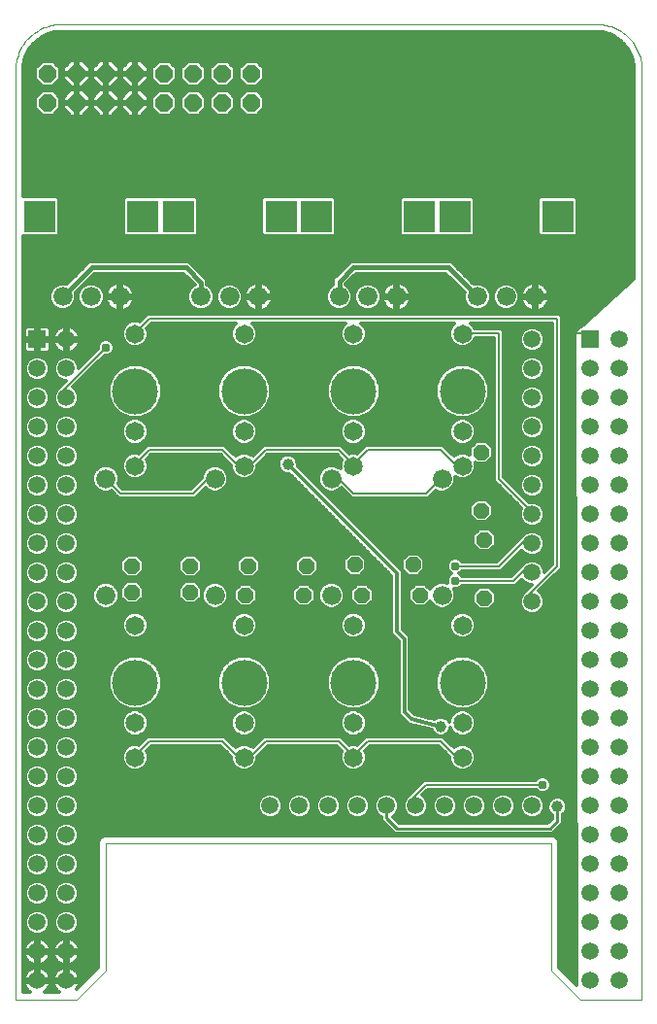
<source format=gbl>
G75*
%MOIN*%
%OFA0B0*%
%FSLAX24Y24*%
%IPPOS*%
%LPD*%
%AMOC8*
5,1,8,0,0,1.08239X$1,22.5*
%
%ADD10C,0.0000*%
%ADD11R,0.0594X0.0594*%
%ADD12C,0.0594*%
%ADD13C,0.0650*%
%ADD14C,0.1581*%
%ADD15OC8,0.0600*%
%ADD16OC8,0.0520*%
%ADD17C,0.0660*%
%ADD18R,0.1102X0.1102*%
%ADD19C,0.0120*%
%ADD20C,0.0070*%
%ADD21C,0.0396*%
%ADD22C,0.0100*%
%ADD23C,0.0310*%
%ADD24C,0.0160*%
D10*
X000135Y000200D02*
X002235Y000200D01*
X003235Y001200D01*
X003235Y005570D01*
X018535Y005570D01*
X018535Y001200D01*
X019535Y000200D01*
X021635Y000200D01*
X021635Y032070D01*
X021636Y032146D01*
X021632Y032222D01*
X021625Y032297D01*
X021614Y032372D01*
X021600Y032447D01*
X021582Y032521D01*
X021560Y032593D01*
X021535Y032665D01*
X021506Y032735D01*
X021474Y032804D01*
X021439Y032871D01*
X021400Y032936D01*
X021358Y032999D01*
X021313Y033061D01*
X021265Y033119D01*
X021215Y033176D01*
X021161Y033230D01*
X021105Y033281D01*
X021047Y033329D01*
X020986Y033375D01*
X020923Y033417D01*
X020858Y033457D01*
X020791Y033493D01*
X020723Y033525D01*
X020653Y033555D01*
X020582Y033581D01*
X020509Y033603D01*
X020436Y033622D01*
X020361Y033637D01*
X020286Y033648D01*
X020211Y033656D01*
X020135Y033660D01*
X001635Y033660D01*
X001557Y033656D01*
X001479Y033648D01*
X001402Y033636D01*
X001325Y033620D01*
X001249Y033600D01*
X001174Y033576D01*
X001101Y033549D01*
X001029Y033517D01*
X000959Y033483D01*
X000891Y033444D01*
X000824Y033403D01*
X000760Y033358D01*
X000698Y033309D01*
X000639Y033258D01*
X000583Y033204D01*
X000529Y033147D01*
X000478Y033087D01*
X000430Y033025D01*
X000386Y032961D01*
X000345Y032894D01*
X000307Y032826D01*
X000273Y032755D01*
X000242Y032683D01*
X000215Y032609D01*
X000192Y032535D01*
X000173Y032459D01*
X000157Y032382D01*
X000146Y032305D01*
X000138Y032227D01*
X000134Y032148D01*
X000135Y032070D01*
X000135Y000200D01*
D11*
X000875Y022850D03*
X019875Y022850D03*
D12*
X019875Y021850D03*
X019875Y020850D03*
X019875Y019850D03*
X019875Y018850D03*
X019875Y017850D03*
X019875Y016850D03*
X019875Y015850D03*
X019875Y014850D03*
X019875Y013850D03*
X019875Y012850D03*
X019875Y011850D03*
X019875Y010850D03*
X019875Y009850D03*
X019875Y008850D03*
X019875Y007850D03*
X019875Y006850D03*
X019875Y005850D03*
X019875Y004850D03*
X019875Y003850D03*
X019875Y002850D03*
X019875Y001850D03*
X019875Y000850D03*
X020875Y000850D03*
X020875Y001850D03*
X020875Y002850D03*
X020875Y003850D03*
X020875Y004850D03*
X020875Y005850D03*
X020875Y006850D03*
X020875Y007850D03*
X020875Y008850D03*
X020875Y009850D03*
X020875Y010850D03*
X020875Y011850D03*
X020875Y012850D03*
X020875Y013850D03*
X020875Y014850D03*
X020875Y015850D03*
X020875Y016850D03*
X020875Y017850D03*
X020875Y018850D03*
X020875Y019850D03*
X020875Y020850D03*
X020875Y021850D03*
X020875Y022850D03*
X017875Y022850D03*
X017875Y021850D03*
X017875Y020850D03*
X017875Y019850D03*
X017875Y018850D03*
X017875Y017850D03*
X017875Y016850D03*
X017875Y015850D03*
X017875Y014850D03*
X017875Y013850D03*
X017875Y006850D03*
X016875Y006850D03*
X015875Y006850D03*
X014875Y006850D03*
X013875Y006850D03*
X012875Y006850D03*
X011875Y006850D03*
X010875Y006850D03*
X009875Y006850D03*
X008875Y006850D03*
X001875Y006850D03*
X001875Y005850D03*
X001875Y004850D03*
X001875Y003850D03*
X001875Y002850D03*
X001875Y001850D03*
X001875Y000850D03*
X000875Y000850D03*
X000875Y001850D03*
X000875Y002850D03*
X000875Y003850D03*
X000875Y004850D03*
X000875Y005850D03*
X000875Y006850D03*
X000875Y007850D03*
X000875Y008850D03*
X000875Y009850D03*
X000875Y010850D03*
X000875Y011850D03*
X000875Y012850D03*
X000875Y013850D03*
X000875Y014850D03*
X000875Y015850D03*
X000875Y016850D03*
X000875Y017850D03*
X000875Y018850D03*
X000875Y019850D03*
X000875Y020850D03*
X000875Y021850D03*
X001875Y021850D03*
X001875Y020850D03*
X001875Y019850D03*
X001875Y018850D03*
X001875Y017850D03*
X001875Y016850D03*
X001875Y015850D03*
X001875Y014850D03*
X001875Y013850D03*
X001875Y012850D03*
X001875Y011850D03*
X001875Y010850D03*
X001875Y009850D03*
X001875Y008850D03*
X001875Y007850D03*
X001875Y022850D03*
D13*
X004235Y023039D03*
X004235Y019692D03*
X004235Y018511D03*
X004235Y013039D03*
X004235Y009692D03*
X004235Y008511D03*
X007985Y008511D03*
X007985Y009692D03*
X007985Y013039D03*
X007985Y018511D03*
X007985Y019692D03*
X007985Y023039D03*
X011735Y023039D03*
X011735Y019692D03*
X011735Y018511D03*
X011735Y013039D03*
X011735Y009692D03*
X011735Y008511D03*
X015485Y008511D03*
X015485Y009692D03*
X015485Y013039D03*
X015485Y018511D03*
X015485Y019692D03*
X015485Y023039D03*
D14*
X015485Y021070D03*
X011735Y021070D03*
X007985Y021070D03*
X004235Y021070D03*
X004235Y011070D03*
X007985Y011070D03*
X011735Y011070D03*
X015485Y011070D03*
D15*
X008235Y030970D03*
X008235Y031970D03*
X007235Y031970D03*
X007235Y030970D03*
X006235Y030970D03*
X006235Y031970D03*
X005235Y031970D03*
X005235Y030970D03*
X004235Y030970D03*
X004235Y031970D03*
X003235Y031970D03*
X003235Y030970D03*
X002235Y030970D03*
X002235Y031970D03*
X001235Y031970D03*
X001235Y030970D03*
D16*
X004135Y015070D03*
X004135Y014170D03*
X006135Y014170D03*
X006135Y015070D03*
X008035Y014070D03*
X008135Y015070D03*
X010135Y015070D03*
X010035Y014070D03*
X011785Y015120D03*
X012035Y014070D03*
X013785Y015120D03*
X014035Y014070D03*
X016235Y013970D03*
X016235Y015970D03*
X016135Y016970D03*
X016135Y018970D03*
D17*
X014785Y018070D03*
X014785Y014070D03*
X010985Y014070D03*
X010985Y018070D03*
X006985Y018070D03*
X006985Y014070D03*
X003235Y014070D03*
X003235Y018070D03*
X003719Y024314D03*
X002735Y024314D03*
X001751Y024314D03*
X006501Y024314D03*
X007485Y024314D03*
X008469Y024314D03*
X011251Y024314D03*
X012235Y024314D03*
X013219Y024314D03*
X016001Y024314D03*
X016985Y024314D03*
X017969Y024314D03*
D18*
X018757Y027070D03*
X015213Y027070D03*
X014007Y027070D03*
X010463Y027070D03*
X009257Y027070D03*
X005713Y027070D03*
X004507Y027070D03*
X000963Y027070D03*
D19*
X001645Y027057D02*
X003825Y027057D01*
X003825Y027175D02*
X001645Y027175D01*
X001645Y027294D02*
X003825Y027294D01*
X003825Y027412D02*
X001645Y027412D01*
X001645Y027531D02*
X003825Y027531D01*
X003825Y027649D02*
X001645Y027649D01*
X001645Y027675D02*
X001568Y027751D01*
X000395Y027751D01*
X000395Y032022D01*
X000396Y032026D01*
X000395Y032074D01*
X000395Y032081D01*
X000401Y032246D01*
X000478Y032572D01*
X000638Y032868D01*
X000868Y033112D01*
X001154Y033288D01*
X001475Y033384D01*
X001641Y033400D01*
X020129Y033400D01*
X020295Y033384D01*
X020616Y033288D01*
X020902Y033112D01*
X021132Y032868D01*
X021292Y032572D01*
X021369Y032246D01*
X021375Y032081D01*
X021375Y032074D01*
X021374Y032026D01*
X021375Y032022D01*
X021375Y024937D01*
X019557Y023307D01*
X019516Y023296D01*
X019480Y023275D01*
X019450Y023245D01*
X019429Y023209D01*
X019423Y023187D01*
X019315Y023090D01*
X019393Y000709D01*
X018795Y001308D01*
X018795Y005622D01*
X018755Y005717D01*
X018682Y005791D01*
X018587Y005830D01*
X003183Y005830D01*
X003088Y005791D01*
X003015Y005717D01*
X002975Y005622D01*
X002975Y001308D01*
X002233Y000566D01*
X002266Y000611D01*
X002298Y000675D01*
X002321Y000743D01*
X002331Y000812D01*
X001913Y000812D01*
X001913Y000889D01*
X001837Y000889D01*
X001837Y001307D01*
X001768Y001296D01*
X001700Y001274D01*
X001636Y001241D01*
X001577Y001199D01*
X001527Y001148D01*
X001484Y001090D01*
X001452Y001026D01*
X001429Y000957D01*
X001419Y000889D01*
X001837Y000889D01*
X001837Y000812D01*
X001419Y000812D01*
X001429Y000743D01*
X001452Y000675D01*
X001484Y000611D01*
X001527Y000553D01*
X001577Y000502D01*
X001635Y000460D01*
X001115Y000460D01*
X001173Y000502D01*
X001223Y000553D01*
X001266Y000611D01*
X001298Y000675D01*
X001321Y000743D01*
X001331Y000812D01*
X000913Y000812D01*
X000913Y000889D01*
X000837Y000889D01*
X000837Y001307D01*
X000768Y001296D01*
X000700Y001274D01*
X000636Y001241D01*
X000577Y001199D01*
X000527Y001148D01*
X000484Y001090D01*
X000452Y001026D01*
X000429Y000957D01*
X000419Y000889D01*
X000837Y000889D01*
X000837Y000812D01*
X000419Y000812D01*
X000429Y000743D01*
X000452Y000675D01*
X000484Y000611D01*
X000527Y000553D01*
X000577Y000502D01*
X000635Y000460D01*
X000395Y000460D01*
X000395Y026389D01*
X001568Y026389D01*
X001645Y026465D01*
X001645Y027675D01*
X001645Y026938D02*
X003825Y026938D01*
X003825Y026820D02*
X001645Y026820D01*
X001645Y026701D02*
X003825Y026701D01*
X003825Y026583D02*
X001645Y026583D01*
X001644Y026464D02*
X003826Y026464D01*
X003825Y026465D02*
X003902Y026389D01*
X005112Y026389D01*
X006318Y026389D01*
X006395Y026465D01*
X006395Y027675D01*
X006318Y027751D01*
X003902Y027751D01*
X003825Y027675D01*
X003825Y026465D01*
X002844Y025110D02*
X005898Y025110D01*
X006285Y024723D01*
X006240Y024704D01*
X006111Y024575D01*
X006041Y024406D01*
X006041Y024223D01*
X006111Y024054D01*
X006240Y023924D01*
X006409Y023854D01*
X006592Y023854D01*
X006761Y023924D01*
X006891Y024054D01*
X006961Y024223D01*
X006961Y024406D01*
X006891Y024575D01*
X006761Y024704D01*
X006711Y024725D01*
X006711Y024891D01*
X006195Y025407D01*
X006072Y025530D01*
X002670Y025530D01*
X001893Y024753D01*
X001842Y024774D01*
X001659Y024774D01*
X001490Y024704D01*
X001361Y024575D01*
X001291Y024406D01*
X001291Y024223D01*
X001361Y024054D01*
X001490Y023924D01*
X001659Y023854D01*
X001842Y023854D01*
X002011Y023924D01*
X002141Y024054D01*
X002211Y024223D01*
X002211Y024406D01*
X002190Y024456D01*
X002844Y025110D01*
X002776Y025042D02*
X005966Y025042D01*
X006084Y024924D02*
X002657Y024924D01*
X002644Y024774D02*
X002474Y024704D01*
X002345Y024575D01*
X002275Y024406D01*
X002275Y024223D01*
X002345Y024054D01*
X002474Y023924D01*
X002644Y023854D01*
X002827Y023854D01*
X002996Y023924D01*
X003125Y024054D01*
X003195Y024223D01*
X003195Y024406D01*
X003125Y024575D01*
X002996Y024704D01*
X002827Y024774D01*
X002644Y024774D01*
X002539Y024805D02*
X006203Y024805D01*
X006223Y024687D02*
X004040Y024687D01*
X004038Y024688D02*
X003976Y024733D01*
X003907Y024768D01*
X003834Y024792D01*
X003768Y024803D01*
X003768Y024363D01*
X003671Y024363D01*
X003671Y024803D01*
X003605Y024792D01*
X003531Y024768D01*
X003462Y024733D01*
X003400Y024688D01*
X003346Y024634D01*
X003300Y024571D01*
X003265Y024502D01*
X003241Y024429D01*
X003231Y024363D01*
X003671Y024363D01*
X003671Y024266D01*
X003768Y024266D01*
X003768Y024363D01*
X004208Y024363D01*
X004197Y024429D01*
X004173Y024502D01*
X004138Y024571D01*
X004093Y024634D01*
X004038Y024688D01*
X004140Y024568D02*
X006108Y024568D01*
X006059Y024450D02*
X004190Y024450D01*
X004208Y024266D02*
X003768Y024266D01*
X003768Y023826D01*
X003834Y023836D01*
X003907Y023860D01*
X003976Y023895D01*
X004038Y023941D01*
X004093Y023995D01*
X004138Y024057D01*
X004173Y024126D01*
X004197Y024200D01*
X004208Y024266D01*
X004199Y024213D02*
X006045Y024213D01*
X006041Y024331D02*
X003768Y024331D01*
X003671Y024331D02*
X003195Y024331D01*
X003231Y024266D02*
X003241Y024200D01*
X003265Y024126D01*
X003300Y024057D01*
X003346Y023995D01*
X003400Y023941D01*
X003462Y023895D01*
X003531Y023860D01*
X003605Y023836D01*
X003671Y023826D01*
X003671Y024266D01*
X003231Y024266D01*
X003239Y024213D02*
X003191Y024213D01*
X003142Y024094D02*
X003281Y024094D01*
X003365Y023976D02*
X003047Y023976D01*
X002834Y023857D02*
X003540Y023857D01*
X003671Y023857D02*
X003768Y023857D01*
X003768Y023976D02*
X003671Y023976D01*
X003671Y024094D02*
X003768Y024094D01*
X003768Y024213D02*
X003671Y024213D01*
X003671Y024450D02*
X003768Y024450D01*
X003768Y024568D02*
X003671Y024568D01*
X003671Y024687D02*
X003768Y024687D01*
X003399Y024687D02*
X003013Y024687D01*
X003128Y024568D02*
X003299Y024568D01*
X003248Y024450D02*
X003177Y024450D01*
X002636Y023857D02*
X001849Y023857D01*
X001652Y023857D02*
X000395Y023857D01*
X000395Y023739D02*
X020038Y023739D01*
X019906Y023620D02*
X018900Y023620D01*
X018900Y023639D02*
X018803Y023735D01*
X004667Y023735D01*
X004396Y023464D01*
X004325Y023494D01*
X004145Y023494D01*
X003977Y023424D01*
X003849Y023296D01*
X003780Y023129D01*
X003780Y022948D01*
X003849Y022781D01*
X003977Y022653D01*
X004145Y022584D01*
X004325Y022584D01*
X004493Y022653D01*
X004621Y022781D01*
X004690Y022948D01*
X004690Y023129D01*
X004642Y023244D01*
X004803Y023405D01*
X007708Y023405D01*
X007599Y023296D01*
X007530Y023129D01*
X007530Y022948D01*
X007599Y022781D01*
X007727Y022653D01*
X007895Y022584D01*
X008075Y022584D01*
X008243Y022653D01*
X008371Y022781D01*
X008440Y022948D01*
X008440Y023129D01*
X008371Y023296D01*
X008262Y023405D01*
X011458Y023405D01*
X011349Y023296D01*
X011280Y023129D01*
X011280Y022948D01*
X011349Y022781D01*
X011477Y022653D01*
X011645Y022584D01*
X011825Y022584D01*
X011993Y022653D01*
X012121Y022781D01*
X012190Y022948D01*
X012190Y023129D01*
X012121Y023296D01*
X012012Y023405D01*
X015208Y023405D01*
X015099Y023296D01*
X015030Y023129D01*
X015030Y022948D01*
X015099Y022781D01*
X015227Y022653D01*
X015395Y022584D01*
X015575Y022584D01*
X015743Y022653D01*
X015871Y022781D01*
X015922Y022905D01*
X016570Y022905D01*
X016570Y018002D01*
X016667Y017905D01*
X017503Y017068D01*
X017448Y016935D01*
X017448Y016765D01*
X017513Y016608D01*
X017633Y016488D01*
X017790Y016423D01*
X017960Y016423D01*
X018117Y016488D01*
X018237Y016608D01*
X018302Y016765D01*
X018302Y016935D01*
X018237Y017092D01*
X018117Y017212D01*
X017960Y017277D01*
X017790Y017277D01*
X017770Y017269D01*
X016900Y018139D01*
X016900Y023139D01*
X016803Y023235D01*
X015896Y023235D01*
X015871Y023296D01*
X015762Y023405D01*
X018570Y023405D01*
X018570Y015139D01*
X018302Y014870D01*
X018302Y014935D01*
X018237Y015092D01*
X018117Y015212D01*
X017960Y015277D01*
X017790Y015277D01*
X017711Y015244D01*
X017704Y015246D01*
X017687Y015235D01*
X017667Y015235D01*
X017651Y015219D01*
X017633Y015212D01*
X017603Y015182D01*
X017589Y015173D01*
X017587Y015166D01*
X017513Y015092D01*
X017506Y015074D01*
X017167Y014735D01*
X015473Y014735D01*
X015396Y014812D01*
X015376Y014820D01*
X015396Y014829D01*
X015473Y014905D01*
X016803Y014905D01*
X016900Y015002D01*
X017511Y015613D01*
X017513Y015608D01*
X017633Y015488D01*
X017790Y015423D01*
X017960Y015423D01*
X018117Y015488D01*
X018237Y015608D01*
X018302Y015765D01*
X018302Y015935D01*
X018237Y016092D01*
X018117Y016212D01*
X017960Y016277D01*
X017790Y016277D01*
X017711Y016244D01*
X017704Y016246D01*
X017687Y016235D01*
X017667Y016235D01*
X017651Y016219D01*
X017633Y016212D01*
X017603Y016182D01*
X017589Y016173D01*
X017587Y016166D01*
X017513Y016092D01*
X017506Y016074D01*
X016667Y015235D01*
X015473Y015235D01*
X015396Y015312D01*
X015292Y015355D01*
X015178Y015355D01*
X015074Y015312D01*
X014993Y015232D01*
X014950Y015127D01*
X014950Y015014D01*
X014993Y014909D01*
X015074Y014829D01*
X015094Y014820D01*
X015074Y014812D01*
X014993Y014732D01*
X014950Y014627D01*
X014950Y014514D01*
X014957Y014497D01*
X014877Y014530D01*
X014694Y014530D01*
X014524Y014460D01*
X014395Y014331D01*
X014375Y014282D01*
X014197Y014460D01*
X013873Y014460D01*
X013645Y014232D01*
X013645Y013909D01*
X013873Y013680D01*
X014197Y013680D01*
X014375Y013858D01*
X014395Y013810D01*
X014524Y013680D01*
X014694Y013610D01*
X014877Y013610D01*
X015046Y013680D01*
X015175Y013810D01*
X015245Y013979D01*
X015245Y014162D01*
X015194Y014285D01*
X015292Y014285D01*
X015396Y014329D01*
X015473Y014405D01*
X017303Y014405D01*
X017511Y014613D01*
X017513Y014608D01*
X017633Y014488D01*
X017790Y014423D01*
X017855Y014423D01*
X017651Y014219D01*
X017633Y014212D01*
X017603Y014182D01*
X017589Y014173D01*
X017587Y014166D01*
X017513Y014092D01*
X017448Y013935D01*
X017448Y013765D01*
X017513Y013608D01*
X017633Y013488D01*
X017790Y013423D01*
X017960Y013423D01*
X018117Y013488D01*
X018237Y013608D01*
X018302Y013765D01*
X018302Y013935D01*
X018237Y014092D01*
X018117Y014212D01*
X018112Y014214D01*
X018803Y014905D01*
X018900Y015002D01*
X018900Y023639D01*
X018900Y023502D02*
X019774Y023502D01*
X019642Y023383D02*
X018900Y023383D01*
X018900Y023265D02*
X019470Y023265D01*
X019378Y023146D02*
X018900Y023146D01*
X018900Y023028D02*
X019315Y023028D01*
X019316Y022909D02*
X018900Y022909D01*
X018900Y022791D02*
X019316Y022791D01*
X019316Y022672D02*
X018900Y022672D01*
X018900Y022554D02*
X019317Y022554D01*
X019317Y022435D02*
X018900Y022435D01*
X018900Y022317D02*
X019318Y022317D01*
X019318Y022198D02*
X018900Y022198D01*
X018900Y022080D02*
X019319Y022080D01*
X019319Y021961D02*
X018900Y021961D01*
X018900Y021843D02*
X019319Y021843D01*
X019320Y021724D02*
X018900Y021724D01*
X018900Y021606D02*
X019320Y021606D01*
X019321Y021487D02*
X018900Y021487D01*
X018900Y021369D02*
X019321Y021369D01*
X019321Y021250D02*
X018900Y021250D01*
X018900Y021132D02*
X019322Y021132D01*
X019322Y021013D02*
X018900Y021013D01*
X018900Y020895D02*
X019323Y020895D01*
X019323Y020776D02*
X018900Y020776D01*
X018900Y020658D02*
X019324Y020658D01*
X019324Y020539D02*
X018900Y020539D01*
X018900Y020421D02*
X019324Y020421D01*
X019325Y020302D02*
X018900Y020302D01*
X018900Y020184D02*
X019325Y020184D01*
X019326Y020065D02*
X018900Y020065D01*
X018900Y019947D02*
X019326Y019947D01*
X019326Y019828D02*
X018900Y019828D01*
X018900Y019710D02*
X019327Y019710D01*
X019327Y019591D02*
X018900Y019591D01*
X018900Y019473D02*
X019328Y019473D01*
X019328Y019354D02*
X018900Y019354D01*
X018900Y019236D02*
X019328Y019236D01*
X019329Y019117D02*
X018900Y019117D01*
X018900Y018999D02*
X019329Y018999D01*
X019330Y018880D02*
X018900Y018880D01*
X018900Y018762D02*
X019330Y018762D01*
X019331Y018643D02*
X018900Y018643D01*
X018900Y018525D02*
X019331Y018525D01*
X019331Y018406D02*
X018900Y018406D01*
X018900Y018288D02*
X019332Y018288D01*
X019332Y018169D02*
X018900Y018169D01*
X018900Y018051D02*
X019333Y018051D01*
X019333Y017932D02*
X018900Y017932D01*
X018900Y017814D02*
X019333Y017814D01*
X019334Y017695D02*
X018900Y017695D01*
X018900Y017577D02*
X019334Y017577D01*
X019335Y017458D02*
X018900Y017458D01*
X018900Y017340D02*
X019335Y017340D01*
X019336Y017221D02*
X018900Y017221D01*
X018900Y017103D02*
X019336Y017103D01*
X019336Y016984D02*
X018900Y016984D01*
X018900Y016866D02*
X019337Y016866D01*
X019337Y016747D02*
X018900Y016747D01*
X018900Y016629D02*
X019338Y016629D01*
X019338Y016510D02*
X018900Y016510D01*
X018900Y016392D02*
X019338Y016392D01*
X019339Y016273D02*
X018900Y016273D01*
X018900Y016155D02*
X019339Y016155D01*
X019340Y016036D02*
X018900Y016036D01*
X018900Y015918D02*
X019340Y015918D01*
X019341Y015799D02*
X018900Y015799D01*
X018900Y015681D02*
X019341Y015681D01*
X019341Y015562D02*
X018900Y015562D01*
X018900Y015444D02*
X019342Y015444D01*
X019342Y015325D02*
X018900Y015325D01*
X018900Y015207D02*
X019343Y015207D01*
X019343Y015088D02*
X018900Y015088D01*
X018868Y014970D02*
X019343Y014970D01*
X019344Y014851D02*
X018749Y014851D01*
X018631Y014733D02*
X019344Y014733D01*
X019345Y014614D02*
X018512Y014614D01*
X018394Y014496D02*
X019345Y014496D01*
X019346Y014377D02*
X018275Y014377D01*
X018157Y014259D02*
X019346Y014259D01*
X019346Y014140D02*
X018189Y014140D01*
X018266Y014022D02*
X019347Y014022D01*
X019347Y013903D02*
X018302Y013903D01*
X018302Y013785D02*
X019348Y013785D01*
X019348Y013666D02*
X018261Y013666D01*
X018176Y013548D02*
X019348Y013548D01*
X019349Y013429D02*
X017974Y013429D01*
X017776Y013429D02*
X015731Y013429D01*
X015743Y013424D02*
X015575Y013494D01*
X015395Y013494D01*
X015227Y013424D01*
X015099Y013296D01*
X015030Y013129D01*
X015030Y012948D01*
X015099Y012781D01*
X015227Y012653D01*
X015395Y012584D01*
X015575Y012584D01*
X015743Y012653D01*
X015871Y012781D01*
X015940Y012948D01*
X015940Y013129D01*
X015871Y013296D01*
X015743Y013424D01*
X015856Y013311D02*
X019349Y013311D01*
X019350Y013192D02*
X015914Y013192D01*
X015940Y013074D02*
X019350Y013074D01*
X019350Y012955D02*
X015940Y012955D01*
X015894Y012837D02*
X019351Y012837D01*
X019351Y012718D02*
X015808Y012718D01*
X015614Y012600D02*
X019352Y012600D01*
X019352Y012481D02*
X013675Y012481D01*
X013675Y012363D02*
X019353Y012363D01*
X019353Y012244D02*
X013675Y012244D01*
X013675Y012126D02*
X019353Y012126D01*
X019354Y012007D02*
X013675Y012007D01*
X013675Y011889D02*
X015056Y011889D01*
X014964Y011851D02*
X014705Y011592D01*
X014564Y011253D01*
X014564Y010887D01*
X014705Y010549D01*
X014964Y010290D01*
X015302Y010150D01*
X015668Y010150D01*
X016006Y010290D01*
X016265Y010549D01*
X016406Y010887D01*
X016406Y011253D01*
X016265Y011592D01*
X016006Y011851D01*
X015668Y011991D01*
X015302Y011991D01*
X014964Y011851D01*
X014883Y011770D02*
X013675Y011770D01*
X013675Y011652D02*
X014765Y011652D01*
X014680Y011533D02*
X013675Y011533D01*
X013675Y011415D02*
X014631Y011415D01*
X014582Y011296D02*
X013675Y011296D01*
X013675Y011178D02*
X014564Y011178D01*
X014564Y011059D02*
X013675Y011059D01*
X013675Y010941D02*
X014564Y010941D01*
X014591Y010822D02*
X013675Y010822D01*
X013675Y010704D02*
X014640Y010704D01*
X014689Y010585D02*
X013675Y010585D01*
X013675Y010467D02*
X014787Y010467D01*
X014905Y010348D02*
X013675Y010348D01*
X013675Y010230D02*
X015109Y010230D01*
X015227Y010078D02*
X015099Y009950D01*
X015030Y009783D01*
X015030Y009715D01*
X015013Y009756D01*
X014921Y009848D01*
X014800Y009898D01*
X014670Y009898D01*
X014549Y009848D01*
X014520Y009820D01*
X013832Y009992D01*
X013675Y010149D01*
X013675Y012649D01*
X013564Y012760D01*
X013425Y012899D01*
X013425Y014899D01*
X013314Y015010D01*
X009813Y018511D01*
X009813Y018635D01*
X009763Y018756D01*
X009671Y018848D01*
X009550Y018898D01*
X009420Y018898D01*
X009299Y018848D01*
X009207Y018756D01*
X009157Y018635D01*
X009157Y018505D01*
X009207Y018384D01*
X009299Y018292D01*
X009420Y018242D01*
X009544Y018242D01*
X013045Y014742D01*
X013045Y012742D01*
X013295Y012492D01*
X013295Y009992D01*
X013584Y009702D01*
X013613Y009655D01*
X013638Y009649D01*
X013656Y009630D01*
X013712Y009630D01*
X014429Y009451D01*
X014457Y009384D01*
X014549Y009292D01*
X014670Y009242D01*
X014800Y009242D01*
X014921Y009292D01*
X015013Y009384D01*
X015063Y009505D01*
X015063Y009522D01*
X015099Y009435D01*
X015227Y009307D01*
X015395Y009237D01*
X015575Y009237D01*
X015743Y009307D01*
X015871Y009435D01*
X015940Y009602D01*
X015940Y009783D01*
X015871Y009950D01*
X015743Y010078D01*
X015575Y010147D01*
X015395Y010147D01*
X015227Y010078D01*
X015308Y010111D02*
X013713Y010111D01*
X013831Y009993D02*
X015142Y009993D01*
X015068Y009874D02*
X014858Y009874D01*
X015013Y009756D02*
X015030Y009756D01*
X015063Y009519D02*
X015065Y009519D01*
X015020Y009400D02*
X015134Y009400D01*
X015288Y009282D02*
X014896Y009282D01*
X014803Y009235D02*
X015185Y008854D01*
X015227Y008897D01*
X015395Y008966D01*
X015575Y008966D01*
X015743Y008897D01*
X015871Y008769D01*
X015940Y008602D01*
X015940Y008421D01*
X015871Y008254D01*
X015743Y008126D01*
X015575Y008056D01*
X015395Y008056D01*
X015227Y008126D01*
X015099Y008254D01*
X015030Y008421D01*
X015030Y008542D01*
X014667Y008905D01*
X012303Y008905D01*
X012134Y008736D01*
X012190Y008602D01*
X012190Y008421D01*
X012121Y008254D01*
X011993Y008126D01*
X011825Y008056D01*
X011645Y008056D01*
X011477Y008126D01*
X011349Y008254D01*
X011280Y008421D01*
X011280Y008602D01*
X011336Y008736D01*
X011167Y008905D01*
X008803Y008905D01*
X008440Y008542D01*
X008440Y008421D01*
X008371Y008254D01*
X008243Y008126D01*
X008075Y008056D01*
X007895Y008056D01*
X007727Y008126D01*
X007599Y008254D01*
X007530Y008421D01*
X007530Y008542D01*
X007167Y008905D01*
X004803Y008905D01*
X004634Y008736D01*
X004690Y008602D01*
X004690Y008421D01*
X004621Y008254D01*
X004493Y008126D01*
X004325Y008056D01*
X004145Y008056D01*
X003977Y008126D01*
X003849Y008254D01*
X003780Y008421D01*
X003780Y008602D01*
X003849Y008769D01*
X003977Y008897D01*
X004145Y008966D01*
X004325Y008966D01*
X004376Y008945D01*
X004570Y009139D01*
X004570Y009139D01*
X004667Y009235D01*
X007303Y009235D01*
X007685Y008854D01*
X007727Y008897D01*
X007895Y008966D01*
X008075Y008966D01*
X008243Y008897D01*
X008285Y008854D01*
X008570Y009139D01*
X008667Y009235D01*
X011303Y009235D01*
X011594Y008945D01*
X011645Y008966D01*
X011825Y008966D01*
X011876Y008945D01*
X012070Y009139D01*
X012167Y009235D01*
X014803Y009235D01*
X014875Y009163D02*
X019364Y009163D01*
X019364Y009045D02*
X014994Y009045D01*
X015112Y008926D02*
X015299Y008926D01*
X015671Y008926D02*
X019365Y008926D01*
X019365Y008808D02*
X015832Y008808D01*
X015904Y008689D02*
X019365Y008689D01*
X019366Y008571D02*
X015940Y008571D01*
X015940Y008452D02*
X019366Y008452D01*
X019367Y008334D02*
X015904Y008334D01*
X015832Y008215D02*
X019367Y008215D01*
X019367Y008097D02*
X015673Y008097D01*
X015297Y008097D02*
X011923Y008097D01*
X012082Y008215D02*
X015138Y008215D01*
X015066Y008334D02*
X012154Y008334D01*
X012190Y008452D02*
X015030Y008452D01*
X015001Y008571D02*
X012190Y008571D01*
X012154Y008689D02*
X014883Y008689D01*
X014764Y008808D02*
X012206Y008808D01*
X011976Y009045D02*
X011494Y009045D01*
X011375Y009163D02*
X012095Y009163D01*
X011993Y009307D02*
X012121Y009435D01*
X012190Y009602D01*
X012190Y009783D01*
X012121Y009950D01*
X011993Y010078D01*
X011825Y010147D01*
X011645Y010147D01*
X011477Y010078D01*
X011349Y009950D01*
X011280Y009783D01*
X011280Y009602D01*
X011349Y009435D01*
X011477Y009307D01*
X011645Y009237D01*
X011825Y009237D01*
X011993Y009307D01*
X011932Y009282D02*
X014574Y009282D01*
X014450Y009400D02*
X012086Y009400D01*
X012155Y009519D02*
X014157Y009519D01*
X014302Y009874D02*
X014612Y009874D01*
X014735Y009570D02*
X013735Y009820D01*
X013485Y010070D01*
X013485Y012570D01*
X013235Y012820D01*
X013235Y014820D01*
X009485Y018570D01*
X009376Y018880D02*
X008778Y018880D01*
X008803Y018905D02*
X011167Y018905D01*
X011336Y018736D01*
X011280Y018602D01*
X011280Y018426D01*
X011246Y018460D01*
X011077Y018530D01*
X010894Y018530D01*
X010724Y018460D01*
X010595Y018331D01*
X010525Y018162D01*
X010525Y017979D01*
X010595Y017810D01*
X010724Y017680D01*
X010894Y017610D01*
X011077Y017610D01*
X011246Y017680D01*
X011319Y017753D01*
X011667Y017405D01*
X014303Y017405D01*
X014400Y017502D01*
X014563Y017664D01*
X014694Y017610D01*
X014877Y017610D01*
X015046Y017680D01*
X015175Y017810D01*
X015245Y017979D01*
X015245Y018118D01*
X015395Y018056D01*
X015575Y018056D01*
X015743Y018126D01*
X015871Y018254D01*
X015940Y018421D01*
X015940Y018602D01*
X015931Y018623D01*
X015973Y018580D01*
X016297Y018580D01*
X016525Y018809D01*
X016525Y019132D01*
X016297Y019360D01*
X015973Y019360D01*
X015745Y019132D01*
X015745Y018894D01*
X015743Y018897D01*
X015575Y018966D01*
X015395Y018966D01*
X015227Y018897D01*
X015185Y018854D01*
X014900Y019139D01*
X014803Y019235D01*
X012167Y019235D01*
X011876Y018945D01*
X011825Y018966D01*
X011645Y018966D01*
X011594Y018945D01*
X011400Y019139D01*
X011303Y019235D01*
X008667Y019235D01*
X008285Y018854D01*
X008243Y018897D01*
X008075Y018966D01*
X007895Y018966D01*
X007727Y018897D01*
X007685Y018854D01*
X007303Y019235D01*
X004667Y019235D01*
X004570Y019139D01*
X004376Y018945D01*
X004325Y018966D01*
X004145Y018966D01*
X003977Y018897D01*
X003849Y018769D01*
X003780Y018602D01*
X003780Y018421D01*
X003849Y018254D01*
X003977Y018126D01*
X004145Y018056D01*
X004325Y018056D01*
X004493Y018126D01*
X004621Y018254D01*
X004690Y018421D01*
X004690Y018602D01*
X004634Y018736D01*
X004803Y018905D01*
X007167Y018905D01*
X007530Y018542D01*
X007530Y018421D01*
X007599Y018254D01*
X007727Y018126D01*
X007895Y018056D01*
X008075Y018056D01*
X008243Y018126D01*
X008371Y018254D01*
X008440Y018421D01*
X008440Y018542D01*
X008803Y018905D01*
X008660Y018762D02*
X009213Y018762D01*
X009160Y018643D02*
X008541Y018643D01*
X008440Y018525D02*
X009157Y018525D01*
X009198Y018406D02*
X008434Y018406D01*
X008385Y018288D02*
X009309Y018288D01*
X009617Y018169D02*
X008286Y018169D01*
X008259Y018880D02*
X008312Y018880D01*
X008430Y018999D02*
X007540Y018999D01*
X007658Y018880D02*
X007711Y018880D01*
X007429Y018643D02*
X004673Y018643D01*
X004690Y018525D02*
X006880Y018525D01*
X006894Y018530D02*
X006724Y018460D01*
X006595Y018331D01*
X006525Y018162D01*
X006525Y018094D01*
X006167Y017735D01*
X003803Y017735D01*
X003655Y017883D01*
X003695Y017979D01*
X003695Y018162D01*
X003625Y018331D01*
X003496Y018460D01*
X003327Y018530D01*
X003144Y018530D01*
X002974Y018460D01*
X002845Y018331D01*
X002775Y018162D01*
X002775Y017979D01*
X002845Y017810D01*
X002974Y017680D01*
X003144Y017610D01*
X003327Y017610D01*
X003422Y017650D01*
X003570Y017502D01*
X003667Y017405D01*
X006303Y017405D01*
X006651Y017753D01*
X006724Y017680D01*
X006894Y017610D01*
X007077Y017610D01*
X007246Y017680D01*
X007375Y017810D01*
X007445Y017979D01*
X007445Y018162D01*
X007375Y018331D01*
X007246Y018460D01*
X007077Y018530D01*
X006894Y018530D01*
X007090Y018525D02*
X007530Y018525D01*
X007536Y018406D02*
X007299Y018406D01*
X007393Y018288D02*
X007585Y018288D01*
X007684Y018169D02*
X007442Y018169D01*
X007445Y018051D02*
X009736Y018051D01*
X009854Y017932D02*
X007426Y017932D01*
X007377Y017814D02*
X009973Y017814D01*
X010091Y017695D02*
X007261Y017695D01*
X006709Y017695D02*
X006593Y017695D01*
X006475Y017577D02*
X010210Y017577D01*
X010328Y017458D02*
X006356Y017458D01*
X006245Y017814D02*
X003725Y017814D01*
X003676Y017932D02*
X006364Y017932D01*
X006482Y018051D02*
X003695Y018051D01*
X003692Y018169D02*
X003934Y018169D01*
X003835Y018288D02*
X003643Y018288D01*
X003549Y018406D02*
X003786Y018406D01*
X003780Y018525D02*
X003340Y018525D01*
X003130Y018525D02*
X002153Y018525D01*
X002117Y018488D02*
X002237Y018608D01*
X002302Y018765D01*
X002302Y018935D01*
X002237Y019092D01*
X002117Y019212D01*
X001960Y019277D01*
X001790Y019277D01*
X001633Y019212D01*
X001513Y019092D01*
X001448Y018935D01*
X001448Y018765D01*
X001513Y018608D01*
X001633Y018488D01*
X001790Y018423D01*
X001960Y018423D01*
X002117Y018488D01*
X002251Y018643D02*
X003797Y018643D01*
X003847Y018762D02*
X002300Y018762D01*
X002302Y018880D02*
X003961Y018880D01*
X004145Y019237D02*
X003977Y019307D01*
X003849Y019435D01*
X003780Y019602D01*
X003780Y019783D01*
X003849Y019950D01*
X003977Y020078D01*
X004145Y020147D01*
X004325Y020147D01*
X004493Y020078D01*
X004621Y019950D01*
X004690Y019783D01*
X004690Y019602D01*
X004621Y019435D01*
X004493Y019307D01*
X004325Y019237D01*
X004145Y019237D01*
X003930Y019354D02*
X000395Y019354D01*
X000395Y019236D02*
X000690Y019236D01*
X000633Y019212D02*
X000790Y019277D01*
X000960Y019277D01*
X001117Y019212D01*
X001237Y019092D01*
X001302Y018935D01*
X001302Y018765D01*
X001237Y018608D01*
X001117Y018488D01*
X000960Y018423D01*
X000790Y018423D01*
X000633Y018488D01*
X000513Y018608D01*
X000448Y018765D01*
X000448Y018935D01*
X000513Y019092D01*
X000633Y019212D01*
X000538Y019117D02*
X000395Y019117D01*
X000395Y018999D02*
X000475Y018999D01*
X000448Y018880D02*
X000395Y018880D01*
X000395Y018762D02*
X000450Y018762D01*
X000499Y018643D02*
X000395Y018643D01*
X000395Y018525D02*
X000597Y018525D01*
X000395Y018406D02*
X002921Y018406D01*
X002827Y018288D02*
X000395Y018288D01*
X000395Y018169D02*
X000590Y018169D01*
X000633Y018212D02*
X000513Y018092D01*
X000448Y017935D01*
X000448Y017765D01*
X000513Y017608D01*
X000633Y017488D01*
X000790Y017423D01*
X000960Y017423D01*
X001117Y017488D01*
X001237Y017608D01*
X001302Y017765D01*
X001302Y017935D01*
X001237Y018092D01*
X001117Y018212D01*
X000960Y018277D01*
X000790Y018277D01*
X000633Y018212D01*
X000496Y018051D02*
X000395Y018051D01*
X000395Y017932D02*
X000448Y017932D01*
X000448Y017814D02*
X000395Y017814D01*
X000395Y017695D02*
X000477Y017695D01*
X000545Y017577D02*
X000395Y017577D01*
X000395Y017458D02*
X000706Y017458D01*
X000790Y017277D02*
X000633Y017212D01*
X000513Y017092D01*
X000448Y016935D01*
X000448Y016765D01*
X000513Y016608D01*
X000633Y016488D01*
X000790Y016423D01*
X000960Y016423D01*
X001117Y016488D01*
X001237Y016608D01*
X001302Y016765D01*
X001302Y016935D01*
X001237Y017092D01*
X001117Y017212D01*
X000960Y017277D01*
X000790Y017277D01*
X000655Y017221D02*
X000395Y017221D01*
X000395Y017103D02*
X000524Y017103D01*
X000469Y016984D02*
X000395Y016984D01*
X000395Y016866D02*
X000448Y016866D01*
X000456Y016747D02*
X000395Y016747D01*
X000395Y016629D02*
X000505Y016629D01*
X000611Y016510D02*
X000395Y016510D01*
X000395Y016392D02*
X011395Y016392D01*
X011513Y016273D02*
X001969Y016273D01*
X001960Y016277D02*
X002117Y016212D01*
X002237Y016092D01*
X002302Y015935D01*
X002302Y015765D01*
X002237Y015608D01*
X002117Y015488D01*
X001960Y015423D01*
X001790Y015423D01*
X001633Y015488D01*
X001513Y015608D01*
X001448Y015765D01*
X001448Y015935D01*
X001513Y016092D01*
X001633Y016212D01*
X001790Y016277D01*
X001960Y016277D01*
X001960Y016423D02*
X002117Y016488D01*
X002237Y016608D01*
X002302Y016765D01*
X002302Y016935D01*
X002237Y017092D01*
X002117Y017212D01*
X001960Y017277D01*
X001790Y017277D01*
X001633Y017212D01*
X001513Y017092D01*
X001448Y016935D01*
X001448Y016765D01*
X001513Y016608D01*
X001633Y016488D01*
X001790Y016423D01*
X001960Y016423D01*
X002139Y016510D02*
X011276Y016510D01*
X011158Y016629D02*
X002245Y016629D01*
X002294Y016747D02*
X011039Y016747D01*
X010921Y016866D02*
X002302Y016866D01*
X002281Y016984D02*
X010802Y016984D01*
X010684Y017103D02*
X002226Y017103D01*
X002095Y017221D02*
X010565Y017221D01*
X010447Y017340D02*
X000395Y017340D01*
X001044Y017458D02*
X001706Y017458D01*
X001633Y017488D02*
X001790Y017423D01*
X001960Y017423D01*
X002117Y017488D01*
X002237Y017608D01*
X002302Y017765D01*
X002302Y017935D01*
X002237Y018092D01*
X002117Y018212D01*
X001960Y018277D01*
X001790Y018277D01*
X001633Y018212D01*
X001513Y018092D01*
X001448Y017935D01*
X001448Y017765D01*
X001513Y017608D01*
X001633Y017488D01*
X001545Y017577D02*
X001205Y017577D01*
X001273Y017695D02*
X001477Y017695D01*
X001448Y017814D02*
X001302Y017814D01*
X001302Y017932D02*
X001448Y017932D01*
X001496Y018051D02*
X001254Y018051D01*
X001160Y018169D02*
X001590Y018169D01*
X001597Y018525D02*
X001153Y018525D01*
X001251Y018643D02*
X001499Y018643D01*
X001450Y018762D02*
X001300Y018762D01*
X001302Y018880D02*
X001448Y018880D01*
X001475Y018999D02*
X001275Y018999D01*
X001212Y019117D02*
X001538Y019117D01*
X001690Y019236D02*
X001060Y019236D01*
X000960Y019423D02*
X000790Y019423D01*
X000633Y019488D01*
X000513Y019608D01*
X000448Y019765D01*
X000448Y019935D01*
X000513Y020092D01*
X000633Y020212D01*
X000790Y020277D01*
X000960Y020277D01*
X001117Y020212D01*
X001237Y020092D01*
X001302Y019935D01*
X001302Y019765D01*
X001237Y019608D01*
X001117Y019488D01*
X000960Y019423D01*
X001079Y019473D02*
X001671Y019473D01*
X001633Y019488D02*
X001790Y019423D01*
X001960Y019423D01*
X002117Y019488D01*
X002237Y019608D01*
X002302Y019765D01*
X002302Y019935D01*
X002237Y020092D01*
X002117Y020212D01*
X001960Y020277D01*
X001790Y020277D01*
X001633Y020212D01*
X001513Y020092D01*
X001448Y019935D01*
X001448Y019765D01*
X001513Y019608D01*
X001633Y019488D01*
X001530Y019591D02*
X001220Y019591D01*
X001279Y019710D02*
X001471Y019710D01*
X001448Y019828D02*
X001302Y019828D01*
X001297Y019947D02*
X001453Y019947D01*
X001502Y020065D02*
X001248Y020065D01*
X001145Y020184D02*
X001605Y020184D01*
X001790Y020423D02*
X001633Y020488D01*
X001513Y020608D01*
X001448Y020765D01*
X001448Y020935D01*
X001513Y021092D01*
X001587Y021166D01*
X001589Y021173D01*
X001603Y021182D01*
X001633Y021212D01*
X001651Y021219D01*
X001855Y021423D01*
X001790Y021423D01*
X001633Y021488D01*
X001513Y021608D01*
X001448Y021765D01*
X001448Y021935D01*
X001513Y022092D01*
X001633Y022212D01*
X001790Y022277D01*
X001960Y022277D01*
X002117Y022212D01*
X002237Y022092D01*
X002302Y021935D01*
X002302Y021870D01*
X002950Y022519D01*
X002950Y022627D01*
X002993Y022732D01*
X003074Y022812D01*
X003178Y022855D01*
X003292Y022855D01*
X003396Y022812D01*
X003477Y022732D01*
X003520Y022627D01*
X003520Y022514D01*
X003477Y022409D01*
X003396Y022329D01*
X003292Y022285D01*
X003183Y022285D01*
X002112Y021214D01*
X002117Y021212D01*
X002237Y021092D01*
X002302Y020935D01*
X002302Y020765D01*
X002237Y020608D01*
X002117Y020488D01*
X001960Y020423D01*
X001790Y020423D01*
X001582Y020539D02*
X001168Y020539D01*
X001117Y020488D02*
X001237Y020608D01*
X001302Y020765D01*
X001302Y020935D01*
X001237Y021092D01*
X001117Y021212D01*
X000960Y021277D01*
X000790Y021277D01*
X000633Y021212D01*
X000513Y021092D01*
X000448Y020935D01*
X000448Y020765D01*
X000513Y020608D01*
X000633Y020488D01*
X000790Y020423D01*
X000960Y020423D01*
X001117Y020488D01*
X001257Y020658D02*
X001493Y020658D01*
X001448Y020776D02*
X001302Y020776D01*
X001302Y020895D02*
X001448Y020895D01*
X001481Y021013D02*
X001269Y021013D01*
X001197Y021132D02*
X001553Y021132D01*
X001682Y021250D02*
X001025Y021250D01*
X000960Y021423D02*
X000790Y021423D01*
X000633Y021488D01*
X000513Y021608D01*
X000448Y021765D01*
X000448Y021935D01*
X000513Y022092D01*
X000633Y022212D01*
X000790Y022277D01*
X000960Y022277D01*
X001117Y022212D01*
X001237Y022092D01*
X001302Y021935D01*
X001302Y021765D01*
X001237Y021608D01*
X001117Y021488D01*
X000960Y021423D01*
X001114Y021487D02*
X001636Y021487D01*
X001516Y021606D02*
X001234Y021606D01*
X001285Y021724D02*
X001465Y021724D01*
X001448Y021843D02*
X001302Y021843D01*
X001291Y021961D02*
X001459Y021961D01*
X001508Y022080D02*
X001242Y022080D01*
X001131Y022198D02*
X001619Y022198D01*
X001700Y022427D02*
X001768Y022405D01*
X001837Y022394D01*
X001837Y022812D01*
X001913Y022812D01*
X001913Y022394D01*
X001982Y022405D01*
X002050Y022427D01*
X002114Y022459D01*
X002173Y022502D01*
X002223Y022553D01*
X002266Y022611D01*
X002298Y022675D01*
X002321Y022743D01*
X002331Y022812D01*
X001913Y022812D01*
X001913Y022889D01*
X001837Y022889D01*
X001837Y023307D01*
X001768Y023296D01*
X001700Y023274D01*
X001636Y023241D01*
X001577Y023199D01*
X001527Y023148D01*
X001484Y023090D01*
X001452Y023026D01*
X001429Y022957D01*
X001419Y022889D01*
X001837Y022889D01*
X001837Y022812D01*
X001419Y022812D01*
X001429Y022743D01*
X001452Y022675D01*
X001484Y022611D01*
X001527Y022553D01*
X001577Y022502D01*
X001636Y022459D01*
X001700Y022427D01*
X001683Y022435D02*
X001280Y022435D01*
X001270Y022425D02*
X001300Y022455D01*
X001321Y022492D01*
X001332Y022532D01*
X001332Y022812D01*
X000913Y022812D01*
X000913Y022393D01*
X001193Y022393D01*
X001234Y022404D01*
X001270Y022425D01*
X001332Y022554D02*
X001526Y022554D01*
X001453Y022672D02*
X001332Y022672D01*
X001332Y022791D02*
X001422Y022791D01*
X001422Y022909D02*
X001332Y022909D01*
X001332Y022889D02*
X001332Y023168D01*
X001321Y023209D01*
X001300Y023245D01*
X001270Y023275D01*
X001234Y023296D01*
X001193Y023307D01*
X000913Y023307D01*
X000913Y022889D01*
X000837Y022889D01*
X000837Y023307D01*
X000557Y023307D01*
X000516Y023296D01*
X000480Y023275D01*
X000450Y023245D01*
X000429Y023209D01*
X000418Y023168D01*
X000418Y022889D01*
X000837Y022889D01*
X000837Y022812D01*
X000913Y022812D01*
X000913Y022889D01*
X001332Y022889D01*
X001332Y023028D02*
X001453Y023028D01*
X001525Y023146D02*
X001332Y023146D01*
X001280Y023265D02*
X001682Y023265D01*
X001837Y023265D02*
X001913Y023265D01*
X001913Y023307D02*
X001913Y022889D01*
X002331Y022889D01*
X002321Y022957D01*
X002298Y023026D01*
X002266Y023090D01*
X002223Y023148D01*
X002173Y023199D01*
X002114Y023241D01*
X002050Y023274D01*
X001982Y023296D01*
X001913Y023307D01*
X002068Y023265D02*
X003836Y023265D01*
X003787Y023146D02*
X002225Y023146D01*
X002297Y023028D02*
X003780Y023028D01*
X003796Y022909D02*
X002328Y022909D01*
X002328Y022791D02*
X003053Y022791D01*
X002969Y022672D02*
X002297Y022672D01*
X002224Y022554D02*
X002950Y022554D01*
X002867Y022435D02*
X002067Y022435D01*
X001913Y022435D02*
X001837Y022435D01*
X001837Y022554D02*
X001913Y022554D01*
X001913Y022672D02*
X001837Y022672D01*
X001837Y022791D02*
X001913Y022791D01*
X001913Y022909D02*
X001837Y022909D01*
X001837Y023028D02*
X001913Y023028D01*
X001913Y023146D02*
X001837Y023146D01*
X002063Y023976D02*
X002423Y023976D01*
X002328Y024094D02*
X002158Y024094D01*
X002207Y024213D02*
X002279Y024213D01*
X002275Y024331D02*
X002211Y024331D01*
X002193Y024450D02*
X002293Y024450D01*
X002302Y024568D02*
X002342Y024568D01*
X002420Y024687D02*
X002457Y024687D01*
X002182Y025042D02*
X000395Y025042D01*
X000395Y024924D02*
X002063Y024924D01*
X001945Y024805D02*
X000395Y024805D01*
X000395Y024687D02*
X001473Y024687D01*
X001358Y024568D02*
X000395Y024568D01*
X000395Y024450D02*
X001309Y024450D01*
X001291Y024331D02*
X000395Y024331D01*
X000395Y024213D02*
X001295Y024213D01*
X001344Y024094D02*
X000395Y024094D01*
X000395Y023976D02*
X001439Y023976D01*
X000913Y023265D02*
X000837Y023265D01*
X000837Y023146D02*
X000913Y023146D01*
X000913Y023028D02*
X000837Y023028D01*
X000837Y022909D02*
X000913Y022909D01*
X000913Y022791D02*
X000837Y022791D01*
X000837Y022812D02*
X000837Y022393D01*
X000557Y022393D01*
X000516Y022404D01*
X000480Y022425D01*
X000450Y022455D01*
X000429Y022492D01*
X000418Y022532D01*
X000418Y022812D01*
X000837Y022812D01*
X000837Y022672D02*
X000913Y022672D01*
X000913Y022554D02*
X000837Y022554D01*
X000837Y022435D02*
X000913Y022435D01*
X000619Y022198D02*
X000395Y022198D01*
X000395Y022080D02*
X000508Y022080D01*
X000459Y021961D02*
X000395Y021961D01*
X000395Y021843D02*
X000448Y021843D01*
X000465Y021724D02*
X000395Y021724D01*
X000395Y021606D02*
X000516Y021606D01*
X000395Y021487D02*
X000636Y021487D01*
X000725Y021250D02*
X000395Y021250D01*
X000395Y021132D02*
X000553Y021132D01*
X000481Y021013D02*
X000395Y021013D01*
X000395Y020895D02*
X000448Y020895D01*
X000448Y020776D02*
X000395Y020776D01*
X000395Y020658D02*
X000493Y020658D01*
X000582Y020539D02*
X000395Y020539D01*
X000395Y020421D02*
X003583Y020421D01*
X003701Y020302D02*
X000395Y020302D01*
X000395Y020184D02*
X000605Y020184D01*
X000502Y020065D02*
X000395Y020065D01*
X000395Y019947D02*
X000453Y019947D01*
X000448Y019828D02*
X000395Y019828D01*
X000395Y019710D02*
X000471Y019710D01*
X000530Y019591D02*
X000395Y019591D01*
X000395Y019473D02*
X000671Y019473D01*
X002079Y019473D02*
X003834Y019473D01*
X003785Y019591D02*
X002220Y019591D01*
X002279Y019710D02*
X003780Y019710D01*
X003799Y019828D02*
X002302Y019828D01*
X002297Y019947D02*
X003848Y019947D01*
X003965Y020065D02*
X002248Y020065D01*
X002145Y020184D02*
X003970Y020184D01*
X004052Y020150D02*
X004418Y020150D01*
X004756Y020290D01*
X005015Y020549D01*
X005156Y020887D01*
X005156Y021253D01*
X005015Y021592D01*
X004756Y021851D01*
X004418Y021991D01*
X004052Y021991D01*
X003714Y021851D01*
X003455Y021592D01*
X003314Y021253D01*
X003314Y020887D01*
X003455Y020549D01*
X003714Y020290D01*
X004052Y020150D01*
X004500Y020184D02*
X007720Y020184D01*
X007802Y020150D02*
X008168Y020150D01*
X008506Y020290D01*
X008765Y020549D01*
X008906Y020887D01*
X008906Y021253D01*
X008765Y021592D01*
X008506Y021851D01*
X008168Y021991D01*
X007802Y021991D01*
X007464Y021851D01*
X007205Y021592D01*
X007064Y021253D01*
X007064Y020887D01*
X007205Y020549D01*
X007464Y020290D01*
X007802Y020150D01*
X007895Y020147D02*
X007727Y020078D01*
X007599Y019950D01*
X007530Y019783D01*
X007530Y019602D01*
X007599Y019435D01*
X007727Y019307D01*
X007895Y019237D01*
X008075Y019237D01*
X008243Y019307D01*
X008371Y019435D01*
X008440Y019602D01*
X008440Y019783D01*
X008371Y019950D01*
X008243Y020078D01*
X008075Y020147D01*
X007895Y020147D01*
X007715Y020065D02*
X004505Y020065D01*
X004622Y019947D02*
X007598Y019947D01*
X007549Y019828D02*
X004671Y019828D01*
X004690Y019710D02*
X007530Y019710D01*
X007535Y019591D02*
X004685Y019591D01*
X004636Y019473D02*
X007584Y019473D01*
X007680Y019354D02*
X004540Y019354D01*
X004549Y019117D02*
X002212Y019117D01*
X002275Y018999D02*
X004430Y018999D01*
X004660Y018762D02*
X007310Y018762D01*
X007192Y018880D02*
X004778Y018880D01*
X004684Y018406D02*
X006671Y018406D01*
X006577Y018288D02*
X004635Y018288D01*
X004536Y018169D02*
X006528Y018169D01*
X007421Y019117D02*
X008549Y019117D01*
X008290Y019354D02*
X011430Y019354D01*
X011477Y019307D02*
X011349Y019435D01*
X011280Y019602D01*
X011280Y019783D01*
X011349Y019950D01*
X011477Y020078D01*
X011645Y020147D01*
X011825Y020147D01*
X011993Y020078D01*
X012121Y019950D01*
X012190Y019783D01*
X012190Y019602D01*
X012121Y019435D01*
X011993Y019307D01*
X011825Y019237D01*
X011645Y019237D01*
X011477Y019307D01*
X011421Y019117D02*
X012049Y019117D01*
X011930Y018999D02*
X011540Y018999D01*
X011310Y018762D02*
X009757Y018762D01*
X009810Y018643D02*
X011297Y018643D01*
X011280Y018525D02*
X011090Y018525D01*
X010880Y018525D02*
X009813Y018525D01*
X009918Y018406D02*
X010671Y018406D01*
X010577Y018288D02*
X010036Y018288D01*
X010155Y018169D02*
X010528Y018169D01*
X010525Y018051D02*
X010273Y018051D01*
X010392Y017932D02*
X010544Y017932D01*
X010510Y017814D02*
X010593Y017814D01*
X010629Y017695D02*
X010709Y017695D01*
X010747Y017577D02*
X011495Y017577D01*
X011377Y017695D02*
X011261Y017695D01*
X010984Y017340D02*
X015953Y017340D01*
X015973Y017360D02*
X015745Y017132D01*
X015745Y016809D01*
X015973Y016580D01*
X016297Y016580D01*
X016525Y016809D01*
X016525Y017132D01*
X016297Y017360D01*
X015973Y017360D01*
X015835Y017221D02*
X011103Y017221D01*
X011221Y017103D02*
X015745Y017103D01*
X015745Y016984D02*
X011340Y016984D01*
X011458Y016866D02*
X015745Y016866D01*
X015806Y016747D02*
X011577Y016747D01*
X011695Y016629D02*
X015925Y016629D01*
X016073Y016360D02*
X015845Y016132D01*
X015845Y015809D01*
X016073Y015580D01*
X016397Y015580D01*
X016625Y015809D01*
X016625Y016132D01*
X016397Y016360D01*
X016073Y016360D01*
X015987Y016273D02*
X012051Y016273D01*
X012169Y016155D02*
X015868Y016155D01*
X015845Y016036D02*
X012288Y016036D01*
X012406Y015918D02*
X015845Y015918D01*
X015854Y015799D02*
X012525Y015799D01*
X012643Y015681D02*
X015973Y015681D01*
X016497Y015681D02*
X017112Y015681D01*
X017231Y015799D02*
X016616Y015799D01*
X016625Y015918D02*
X017349Y015918D01*
X017468Y016036D02*
X016625Y016036D01*
X016602Y016155D02*
X017576Y016155D01*
X017781Y016273D02*
X016483Y016273D01*
X016345Y016629D02*
X017505Y016629D01*
X017456Y016747D02*
X016464Y016747D01*
X016525Y016866D02*
X017448Y016866D01*
X017469Y016984D02*
X016525Y016984D01*
X016525Y017103D02*
X017469Y017103D01*
X017351Y017221D02*
X016435Y017221D01*
X016317Y017340D02*
X017232Y017340D01*
X017114Y017458D02*
X014356Y017458D01*
X014475Y017577D02*
X016995Y017577D01*
X016877Y017695D02*
X015061Y017695D01*
X015177Y017814D02*
X016758Y017814D01*
X016640Y017932D02*
X015226Y017932D01*
X015245Y018051D02*
X016570Y018051D01*
X016570Y018169D02*
X015786Y018169D01*
X015885Y018288D02*
X016570Y018288D01*
X016570Y018406D02*
X015934Y018406D01*
X015940Y018525D02*
X016570Y018525D01*
X016570Y018643D02*
X016360Y018643D01*
X016478Y018762D02*
X016570Y018762D01*
X016570Y018880D02*
X016525Y018880D01*
X016525Y018999D02*
X016570Y018999D01*
X016570Y019117D02*
X016525Y019117D01*
X016570Y019236D02*
X016421Y019236D01*
X016302Y019354D02*
X016570Y019354D01*
X016570Y019473D02*
X015886Y019473D01*
X015871Y019435D02*
X015940Y019602D01*
X015940Y019783D01*
X015871Y019950D01*
X015743Y020078D01*
X015575Y020147D01*
X015395Y020147D01*
X015227Y020078D01*
X015099Y019950D01*
X015030Y019783D01*
X015030Y019602D01*
X015099Y019435D01*
X015227Y019307D01*
X015395Y019237D01*
X015575Y019237D01*
X015743Y019307D01*
X015871Y019435D01*
X015790Y019354D02*
X015968Y019354D01*
X015849Y019236D02*
X002060Y019236D01*
X002160Y018169D02*
X002778Y018169D01*
X002775Y018051D02*
X002254Y018051D01*
X002302Y017932D02*
X002794Y017932D01*
X002843Y017814D02*
X002302Y017814D01*
X002273Y017695D02*
X002959Y017695D01*
X003495Y017577D02*
X002205Y017577D01*
X002044Y017458D02*
X003614Y017458D01*
X002260Y016036D02*
X011750Y016036D01*
X011869Y015918D02*
X002302Y015918D01*
X002302Y015799D02*
X011987Y015799D01*
X012106Y015681D02*
X002267Y015681D01*
X002191Y015562D02*
X012224Y015562D01*
X012343Y015444D02*
X012013Y015444D01*
X011947Y015510D02*
X012175Y015282D01*
X012175Y014959D01*
X011947Y014730D01*
X011623Y014730D01*
X011395Y014959D01*
X011395Y015282D01*
X011623Y015510D01*
X011947Y015510D01*
X012131Y015325D02*
X012461Y015325D01*
X012580Y015207D02*
X012175Y015207D01*
X012175Y015088D02*
X012698Y015088D01*
X012817Y014970D02*
X012175Y014970D01*
X012068Y014851D02*
X012935Y014851D01*
X013045Y014733D02*
X011949Y014733D01*
X011873Y014460D02*
X011645Y014232D01*
X011645Y013909D01*
X011873Y013680D01*
X012197Y013680D01*
X012425Y013909D01*
X012425Y014232D01*
X012197Y014460D01*
X011873Y014460D01*
X011791Y014377D02*
X011328Y014377D01*
X011375Y014331D02*
X011246Y014460D01*
X011077Y014530D01*
X010894Y014530D01*
X010724Y014460D01*
X010595Y014331D01*
X010525Y014162D01*
X010525Y013979D01*
X010595Y013810D01*
X010724Y013680D01*
X010894Y013610D01*
X011077Y013610D01*
X011246Y013680D01*
X011375Y013810D01*
X011445Y013979D01*
X011445Y014162D01*
X011375Y014331D01*
X011405Y014259D02*
X011672Y014259D01*
X011645Y014140D02*
X011445Y014140D01*
X011445Y014022D02*
X011645Y014022D01*
X011650Y013903D02*
X011414Y013903D01*
X011350Y013785D02*
X011769Y013785D01*
X011825Y013494D02*
X011645Y013494D01*
X011477Y013424D01*
X011349Y013296D01*
X011280Y013129D01*
X011280Y012948D01*
X011349Y012781D01*
X011477Y012653D01*
X011645Y012584D01*
X011825Y012584D01*
X011993Y012653D01*
X012121Y012781D01*
X012190Y012948D01*
X012190Y013129D01*
X012121Y013296D01*
X011993Y013424D01*
X011825Y013494D01*
X011981Y013429D02*
X013045Y013429D01*
X013045Y013311D02*
X012106Y013311D01*
X012164Y013192D02*
X013045Y013192D01*
X013045Y013074D02*
X012190Y013074D01*
X012190Y012955D02*
X013045Y012955D01*
X013045Y012837D02*
X012144Y012837D01*
X012058Y012718D02*
X013068Y012718D01*
X013187Y012600D02*
X011864Y012600D01*
X011606Y012600D02*
X008114Y012600D01*
X008075Y012584D02*
X008243Y012653D01*
X008371Y012781D01*
X008440Y012948D01*
X008440Y013129D01*
X008371Y013296D01*
X008243Y013424D01*
X008075Y013494D01*
X007895Y013494D01*
X007727Y013424D01*
X007599Y013296D01*
X007530Y013129D01*
X007530Y012948D01*
X007599Y012781D01*
X007727Y012653D01*
X007895Y012584D01*
X008075Y012584D01*
X007856Y012600D02*
X004364Y012600D01*
X004325Y012584D02*
X004493Y012653D01*
X004621Y012781D01*
X004690Y012948D01*
X004690Y013129D01*
X004621Y013296D01*
X004493Y013424D01*
X004325Y013494D01*
X004145Y013494D01*
X003977Y013424D01*
X003849Y013296D01*
X003780Y013129D01*
X003780Y012948D01*
X003849Y012781D01*
X003977Y012653D01*
X004145Y012584D01*
X004325Y012584D01*
X004106Y012600D02*
X002228Y012600D01*
X002237Y012608D02*
X002302Y012765D01*
X002302Y012935D01*
X002237Y013092D01*
X002117Y013212D01*
X001960Y013277D01*
X001790Y013277D01*
X001633Y013212D01*
X001513Y013092D01*
X001448Y012935D01*
X001448Y012765D01*
X001513Y012608D01*
X001633Y012488D01*
X001790Y012423D01*
X001960Y012423D01*
X002117Y012488D01*
X002237Y012608D01*
X002282Y012718D02*
X003912Y012718D01*
X003826Y012837D02*
X002302Y012837D01*
X002294Y012955D02*
X003780Y012955D01*
X003780Y013074D02*
X002244Y013074D01*
X002137Y013192D02*
X003806Y013192D01*
X003864Y013311D02*
X000395Y013311D01*
X000395Y013429D02*
X000776Y013429D01*
X000790Y013423D02*
X000960Y013423D01*
X001117Y013488D01*
X001237Y013608D01*
X001302Y013765D01*
X001302Y013935D01*
X001237Y014092D01*
X001117Y014212D01*
X000960Y014277D01*
X000790Y014277D01*
X000633Y014212D01*
X000513Y014092D01*
X000448Y013935D01*
X000448Y013765D01*
X000513Y013608D01*
X000633Y013488D01*
X000790Y013423D01*
X000790Y013277D02*
X000633Y013212D01*
X000513Y013092D01*
X000448Y012935D01*
X000448Y012765D01*
X000513Y012608D01*
X000633Y012488D01*
X000790Y012423D01*
X000960Y012423D01*
X001117Y012488D01*
X001237Y012608D01*
X001302Y012765D01*
X001302Y012935D01*
X001237Y013092D01*
X001117Y013212D01*
X000960Y013277D01*
X000790Y013277D01*
X000613Y013192D02*
X000395Y013192D01*
X000395Y013074D02*
X000506Y013074D01*
X000456Y012955D02*
X000395Y012955D01*
X000395Y012837D02*
X000448Y012837D01*
X000468Y012718D02*
X000395Y012718D01*
X000395Y012600D02*
X000522Y012600D01*
X000395Y012481D02*
X000650Y012481D01*
X000711Y012244D02*
X000395Y012244D01*
X000395Y012126D02*
X000547Y012126D01*
X000513Y012092D02*
X000448Y011935D01*
X000448Y011765D01*
X000513Y011608D01*
X000633Y011488D01*
X000790Y011423D01*
X000960Y011423D01*
X001117Y011488D01*
X001237Y011608D01*
X001302Y011765D01*
X001302Y011935D01*
X001237Y012092D01*
X001117Y012212D01*
X000960Y012277D01*
X000790Y012277D01*
X000633Y012212D01*
X000513Y012092D01*
X000478Y012007D02*
X000395Y012007D01*
X000395Y011889D02*
X000448Y011889D01*
X000448Y011770D02*
X000395Y011770D01*
X000395Y011652D02*
X000495Y011652D01*
X000588Y011533D02*
X000395Y011533D01*
X000395Y011415D02*
X003381Y011415D01*
X003430Y011533D02*
X002162Y011533D01*
X002117Y011488D02*
X001960Y011423D01*
X001790Y011423D01*
X001633Y011488D01*
X001513Y011608D01*
X001448Y011765D01*
X001448Y011935D01*
X001513Y012092D01*
X001633Y012212D01*
X001790Y012277D01*
X001960Y012277D01*
X002117Y012212D01*
X002237Y012092D01*
X002302Y011935D01*
X002302Y011765D01*
X002237Y011608D01*
X002117Y011488D01*
X002255Y011652D02*
X003515Y011652D01*
X003455Y011592D02*
X003314Y011253D01*
X003314Y010887D01*
X003455Y010549D01*
X003714Y010290D01*
X004052Y010150D01*
X004418Y010150D01*
X004756Y010290D01*
X005015Y010549D01*
X005156Y010887D01*
X005156Y011253D01*
X005015Y011592D01*
X004756Y011851D01*
X004418Y011991D01*
X004052Y011991D01*
X003714Y011851D01*
X003455Y011592D01*
X003633Y011770D02*
X002302Y011770D01*
X002302Y011889D02*
X003806Y011889D01*
X003332Y011296D02*
X000395Y011296D01*
X000395Y011178D02*
X000599Y011178D01*
X000633Y011212D02*
X000513Y011092D01*
X000448Y010935D01*
X000448Y010765D01*
X000513Y010608D01*
X000633Y010488D01*
X000790Y010423D01*
X000960Y010423D01*
X001117Y010488D01*
X001237Y010608D01*
X001302Y010765D01*
X001302Y010935D01*
X001237Y011092D01*
X001117Y011212D01*
X000960Y011277D01*
X000790Y011277D01*
X000633Y011212D01*
X000500Y011059D02*
X000395Y011059D01*
X000395Y010941D02*
X000450Y010941D01*
X000448Y010822D02*
X000395Y010822D01*
X000395Y010704D02*
X000474Y010704D01*
X000536Y010585D02*
X000395Y010585D01*
X000395Y010467D02*
X000685Y010467D01*
X000790Y010277D02*
X000633Y010212D01*
X000513Y010092D01*
X000448Y009935D01*
X000448Y009765D01*
X000513Y009608D01*
X000633Y009488D01*
X000790Y009423D01*
X000960Y009423D01*
X001117Y009488D01*
X001237Y009608D01*
X001302Y009765D01*
X001302Y009935D01*
X001237Y010092D01*
X001117Y010212D01*
X000960Y010277D01*
X000790Y010277D01*
X000676Y010230D02*
X000395Y010230D01*
X000395Y010348D02*
X003655Y010348D01*
X003537Y010467D02*
X002065Y010467D01*
X002117Y010488D02*
X002237Y010608D01*
X002302Y010765D01*
X002302Y010935D01*
X002237Y011092D01*
X002117Y011212D01*
X001960Y011277D01*
X001790Y011277D01*
X001633Y011212D01*
X001513Y011092D01*
X001448Y010935D01*
X001448Y010765D01*
X001513Y010608D01*
X001633Y010488D01*
X001790Y010423D01*
X001960Y010423D01*
X002117Y010488D01*
X002214Y010585D02*
X003439Y010585D01*
X003390Y010704D02*
X002276Y010704D01*
X002302Y010822D02*
X003341Y010822D01*
X003314Y010941D02*
X002300Y010941D01*
X002250Y011059D02*
X003314Y011059D01*
X003314Y011178D02*
X002151Y011178D01*
X001599Y011178D02*
X001151Y011178D01*
X001250Y011059D02*
X001500Y011059D01*
X001450Y010941D02*
X001300Y010941D01*
X001302Y010822D02*
X001448Y010822D01*
X001474Y010704D02*
X001276Y010704D01*
X001214Y010585D02*
X001536Y010585D01*
X001685Y010467D02*
X001065Y010467D01*
X001074Y010230D02*
X001676Y010230D01*
X001633Y010212D02*
X001513Y010092D01*
X001448Y009935D01*
X001448Y009765D01*
X001513Y009608D01*
X001633Y009488D01*
X001790Y009423D01*
X001960Y009423D01*
X002117Y009488D01*
X002237Y009608D01*
X002302Y009765D01*
X002302Y009935D01*
X002237Y010092D01*
X002117Y010212D01*
X001960Y010277D01*
X001790Y010277D01*
X001633Y010212D01*
X001532Y010111D02*
X001218Y010111D01*
X001278Y009993D02*
X001472Y009993D01*
X001448Y009874D02*
X001302Y009874D01*
X001298Y009756D02*
X001452Y009756D01*
X001501Y009637D02*
X001249Y009637D01*
X001147Y009519D02*
X001603Y009519D01*
X001790Y009277D02*
X001633Y009212D01*
X001513Y009092D01*
X001448Y008935D01*
X001448Y008765D01*
X001513Y008608D01*
X001633Y008488D01*
X001790Y008423D01*
X001960Y008423D01*
X002117Y008488D01*
X002237Y008608D01*
X002302Y008765D01*
X002302Y008935D01*
X002237Y009092D01*
X002117Y009212D01*
X001960Y009277D01*
X001790Y009277D01*
X001584Y009163D02*
X001166Y009163D01*
X001117Y009212D02*
X000960Y009277D01*
X000790Y009277D01*
X000633Y009212D01*
X000513Y009092D01*
X000448Y008935D01*
X000448Y008765D01*
X000513Y008608D01*
X000633Y008488D01*
X000790Y008423D01*
X000960Y008423D01*
X001117Y008488D01*
X001237Y008608D01*
X001302Y008765D01*
X001302Y008935D01*
X001237Y009092D01*
X001117Y009212D01*
X001256Y009045D02*
X001494Y009045D01*
X001448Y008926D02*
X001302Y008926D01*
X001302Y008808D02*
X001448Y008808D01*
X001480Y008689D02*
X001270Y008689D01*
X001199Y008571D02*
X001551Y008571D01*
X001720Y008452D02*
X001030Y008452D01*
X000960Y008277D02*
X000790Y008277D01*
X000633Y008212D01*
X000513Y008092D01*
X000448Y007935D01*
X000448Y007765D01*
X000513Y007608D01*
X000633Y007488D01*
X000790Y007423D01*
X000960Y007423D01*
X001117Y007488D01*
X001237Y007608D01*
X001302Y007765D01*
X001302Y007935D01*
X001237Y008092D01*
X001117Y008212D01*
X000960Y008277D01*
X001109Y008215D02*
X001641Y008215D01*
X001633Y008212D02*
X001513Y008092D01*
X001448Y007935D01*
X001448Y007765D01*
X001513Y007608D01*
X001633Y007488D01*
X001790Y007423D01*
X001960Y007423D01*
X002117Y007488D01*
X002237Y007608D01*
X002302Y007765D01*
X002302Y007935D01*
X002237Y008092D01*
X002117Y008212D01*
X001960Y008277D01*
X001790Y008277D01*
X001633Y008212D01*
X001518Y008097D02*
X001232Y008097D01*
X001284Y007978D02*
X001466Y007978D01*
X001448Y007860D02*
X001302Y007860D01*
X001292Y007741D02*
X001458Y007741D01*
X001507Y007623D02*
X001243Y007623D01*
X001133Y007504D02*
X001617Y007504D01*
X001766Y007267D02*
X000984Y007267D01*
X000960Y007277D02*
X000790Y007277D01*
X000633Y007212D01*
X000513Y007092D01*
X000448Y006935D01*
X000448Y006765D01*
X000513Y006608D01*
X000633Y006488D01*
X000790Y006423D01*
X000960Y006423D01*
X001117Y006488D01*
X001237Y006608D01*
X001302Y006765D01*
X001302Y006935D01*
X001237Y007092D01*
X001117Y007212D01*
X000960Y007277D01*
X000766Y007267D02*
X000395Y007267D01*
X000395Y007149D02*
X000570Y007149D01*
X000488Y007030D02*
X000395Y007030D01*
X000395Y006912D02*
X000448Y006912D01*
X000448Y006793D02*
X000395Y006793D01*
X000395Y006675D02*
X000486Y006675D01*
X000565Y006556D02*
X000395Y006556D01*
X000395Y006438D02*
X000755Y006438D01*
X000790Y006277D02*
X000633Y006212D01*
X000513Y006092D01*
X000448Y005935D01*
X000448Y005765D01*
X000513Y005608D01*
X000395Y005608D01*
X000513Y005608D02*
X000633Y005488D01*
X000790Y005423D01*
X000960Y005423D01*
X001117Y005488D01*
X001237Y005608D01*
X001513Y005608D01*
X001633Y005488D01*
X001790Y005423D01*
X001960Y005423D01*
X002117Y005488D01*
X002237Y005608D01*
X002975Y005608D01*
X002975Y005490D02*
X002118Y005490D01*
X002237Y005608D02*
X002302Y005765D01*
X002302Y005935D01*
X002237Y006092D01*
X002117Y006212D01*
X001960Y006277D01*
X001790Y006277D01*
X001633Y006212D01*
X001513Y006092D01*
X001448Y005935D01*
X001448Y005765D01*
X001513Y005608D01*
X001464Y005727D02*
X001286Y005727D01*
X001302Y005765D02*
X001237Y005608D01*
X001118Y005490D02*
X001632Y005490D01*
X001731Y005253D02*
X001019Y005253D01*
X000960Y005277D02*
X000790Y005277D01*
X000633Y005212D01*
X000513Y005092D01*
X000448Y004935D01*
X000448Y004765D01*
X000513Y004608D01*
X000633Y004488D01*
X000790Y004423D01*
X000960Y004423D01*
X001117Y004488D01*
X001237Y004608D01*
X001302Y004765D01*
X001302Y004935D01*
X001237Y005092D01*
X001117Y005212D01*
X000960Y005277D01*
X000731Y005253D02*
X000395Y005253D01*
X000395Y005371D02*
X002975Y005371D01*
X002975Y005253D02*
X002019Y005253D01*
X001960Y005277D02*
X002117Y005212D01*
X002237Y005092D01*
X002302Y004935D01*
X002302Y004765D01*
X002237Y004608D01*
X002117Y004488D01*
X001960Y004423D01*
X001790Y004423D01*
X001633Y004488D01*
X001513Y004608D01*
X001448Y004765D01*
X001448Y004935D01*
X001513Y005092D01*
X001633Y005212D01*
X001790Y005277D01*
X001960Y005277D01*
X001555Y005134D02*
X001195Y005134D01*
X001268Y005016D02*
X001482Y005016D01*
X001448Y004897D02*
X001302Y004897D01*
X001302Y004779D02*
X001448Y004779D01*
X001492Y004660D02*
X001258Y004660D01*
X001170Y004542D02*
X001580Y004542D01*
X001633Y004212D02*
X001513Y004092D01*
X001448Y003935D01*
X001448Y003765D01*
X001513Y003608D01*
X001633Y003488D01*
X001790Y003423D01*
X001960Y003423D01*
X002117Y003488D01*
X002237Y003608D01*
X002302Y003765D01*
X002302Y003935D01*
X002237Y004092D01*
X002117Y004212D01*
X001960Y004277D01*
X001790Y004277D01*
X001633Y004212D01*
X001607Y004186D02*
X001143Y004186D01*
X001117Y004212D02*
X000960Y004277D01*
X000790Y004277D01*
X000633Y004212D01*
X000513Y004092D01*
X000448Y003935D01*
X000448Y003765D01*
X000513Y003608D01*
X000633Y003488D01*
X000790Y003423D01*
X000960Y003423D01*
X001117Y003488D01*
X001237Y003608D01*
X001302Y003765D01*
X001302Y003935D01*
X001237Y004092D01*
X001117Y004212D01*
X001247Y004068D02*
X001503Y004068D01*
X001454Y003949D02*
X001296Y003949D01*
X001302Y003831D02*
X001448Y003831D01*
X001470Y003712D02*
X001280Y003712D01*
X001222Y003594D02*
X001528Y003594D01*
X001665Y003475D02*
X001085Y003475D01*
X000960Y003277D02*
X000790Y003277D01*
X000633Y003212D01*
X000513Y003092D01*
X000448Y002935D01*
X000448Y002765D01*
X000513Y002608D01*
X000633Y002488D01*
X000790Y002423D01*
X000960Y002423D01*
X001117Y002488D01*
X001237Y002608D01*
X001302Y002765D01*
X001302Y002935D01*
X001237Y003092D01*
X001117Y003212D01*
X000960Y003277D01*
X001054Y003238D02*
X001696Y003238D01*
X001633Y003212D02*
X001513Y003092D01*
X001448Y002935D01*
X001448Y002765D01*
X001513Y002608D01*
X001633Y002488D01*
X001790Y002423D01*
X001960Y002423D01*
X002117Y002488D01*
X002237Y002608D01*
X002302Y002765D01*
X002302Y002935D01*
X002237Y003092D01*
X002117Y003212D01*
X001960Y003277D01*
X001790Y003277D01*
X001633Y003212D01*
X001541Y003120D02*
X001209Y003120D01*
X001274Y003001D02*
X001476Y003001D01*
X001448Y002883D02*
X001302Y002883D01*
X001301Y002764D02*
X001449Y002764D01*
X001498Y002646D02*
X001252Y002646D01*
X001156Y002527D02*
X001594Y002527D01*
X001700Y002274D02*
X001636Y002241D01*
X001577Y002199D01*
X001527Y002148D01*
X001484Y002090D01*
X001452Y002026D01*
X001429Y001957D01*
X001419Y001889D01*
X001837Y001889D01*
X001837Y002307D01*
X001768Y002296D01*
X001700Y002274D01*
X001751Y002290D02*
X000999Y002290D01*
X000982Y002296D02*
X000913Y002307D01*
X000913Y001889D01*
X000837Y001889D01*
X000837Y002307D01*
X000768Y002296D01*
X000700Y002274D01*
X000636Y002241D01*
X000577Y002199D01*
X000527Y002148D01*
X000484Y002090D01*
X000452Y002026D01*
X000429Y001957D01*
X000419Y001889D01*
X000837Y001889D01*
X000837Y001812D01*
X000913Y001812D01*
X000913Y001394D01*
X000982Y001405D01*
X001050Y001427D01*
X001114Y001459D01*
X001173Y001502D01*
X001223Y001553D01*
X001266Y001611D01*
X001298Y001675D01*
X001321Y001743D01*
X001331Y001812D01*
X000913Y001812D01*
X000913Y001889D01*
X001331Y001889D01*
X001321Y001957D01*
X001298Y002026D01*
X001266Y002090D01*
X001223Y002148D01*
X001173Y002199D01*
X001114Y002241D01*
X001050Y002274D01*
X000982Y002296D01*
X000913Y002290D02*
X000837Y002290D01*
X000751Y002290D02*
X000395Y002290D01*
X000395Y002172D02*
X000550Y002172D01*
X000466Y002053D02*
X000395Y002053D01*
X000395Y001935D02*
X000426Y001935D01*
X000395Y001816D02*
X000837Y001816D01*
X000837Y001812D02*
X000419Y001812D01*
X000429Y001743D01*
X000452Y001675D01*
X000484Y001611D01*
X000527Y001553D01*
X000577Y001502D01*
X000636Y001459D01*
X000700Y001427D01*
X000768Y001405D01*
X000837Y001394D01*
X000837Y001812D01*
X000913Y001816D02*
X001837Y001816D01*
X001837Y001812D02*
X001419Y001812D01*
X001429Y001743D01*
X001452Y001675D01*
X001484Y001611D01*
X001527Y001553D01*
X001577Y001502D01*
X001636Y001459D01*
X001700Y001427D01*
X001768Y001405D01*
X001837Y001394D01*
X001837Y001812D01*
X001913Y001812D01*
X001913Y001394D01*
X001982Y001405D01*
X002050Y001427D01*
X002114Y001459D01*
X002173Y001502D01*
X002223Y001553D01*
X002266Y001611D01*
X002298Y001675D01*
X002321Y001743D01*
X002331Y001812D01*
X001913Y001812D01*
X001913Y001889D01*
X001837Y001889D01*
X001837Y001812D01*
X001913Y001816D02*
X002975Y001816D01*
X002975Y001698D02*
X002306Y001698D01*
X002243Y001579D02*
X002975Y001579D01*
X002975Y001461D02*
X002116Y001461D01*
X002050Y001274D02*
X001982Y001296D01*
X001913Y001307D01*
X001913Y000889D01*
X002331Y000889D01*
X002321Y000957D01*
X002298Y001026D01*
X002266Y001090D01*
X002223Y001148D01*
X002173Y001199D01*
X002114Y001241D01*
X002050Y001274D01*
X002138Y001224D02*
X002891Y001224D01*
X002975Y001342D02*
X000395Y001342D01*
X000395Y001224D02*
X000612Y001224D01*
X000496Y001105D02*
X000395Y001105D01*
X000395Y000987D02*
X000439Y000987D01*
X000395Y000868D02*
X000837Y000868D01*
X000913Y000868D02*
X001837Y000868D01*
X001913Y000868D02*
X002535Y000868D01*
X002417Y000750D02*
X002322Y000750D01*
X002298Y000631D02*
X002276Y000631D01*
X002311Y000987D02*
X002654Y000987D01*
X002772Y001105D02*
X002254Y001105D01*
X001913Y001105D02*
X001837Y001105D01*
X001837Y000987D02*
X001913Y000987D01*
X001913Y001224D02*
X001837Y001224D01*
X001612Y001224D02*
X001138Y001224D01*
X001114Y001241D02*
X001050Y001274D01*
X000982Y001296D01*
X000913Y001307D01*
X000913Y000889D01*
X001331Y000889D01*
X001321Y000957D01*
X001298Y001026D01*
X001266Y001090D01*
X001223Y001148D01*
X001173Y001199D01*
X001114Y001241D01*
X001254Y001105D02*
X001496Y001105D01*
X001439Y000987D02*
X001311Y000987D01*
X001322Y000750D02*
X001428Y000750D01*
X001474Y000631D02*
X001276Y000631D01*
X001184Y000513D02*
X001566Y000513D01*
X000913Y000987D02*
X000837Y000987D01*
X000837Y001105D02*
X000913Y001105D01*
X000913Y001224D02*
X000837Y001224D01*
X000837Y001461D02*
X000913Y001461D01*
X000913Y001579D02*
X000837Y001579D01*
X000837Y001698D02*
X000913Y001698D01*
X000913Y001935D02*
X000837Y001935D01*
X000837Y002053D02*
X000913Y002053D01*
X000913Y002172D02*
X000837Y002172D01*
X000594Y002527D02*
X000395Y002527D01*
X000395Y002409D02*
X002975Y002409D01*
X002975Y002527D02*
X002156Y002527D01*
X002252Y002646D02*
X002975Y002646D01*
X002975Y002764D02*
X002301Y002764D01*
X002302Y002883D02*
X002975Y002883D01*
X002975Y003001D02*
X002274Y003001D01*
X002209Y003120D02*
X002975Y003120D01*
X002975Y003238D02*
X002054Y003238D01*
X002085Y003475D02*
X002975Y003475D01*
X002975Y003357D02*
X000395Y003357D01*
X000395Y003475D02*
X000665Y003475D01*
X000528Y003594D02*
X000395Y003594D01*
X000395Y003712D02*
X000470Y003712D01*
X000448Y003831D02*
X000395Y003831D01*
X000395Y003949D02*
X000454Y003949D01*
X000503Y004068D02*
X000395Y004068D01*
X000395Y004186D02*
X000607Y004186D01*
X000395Y004305D02*
X002975Y004305D01*
X002975Y004423D02*
X000395Y004423D01*
X000395Y004542D02*
X000580Y004542D01*
X000492Y004660D02*
X000395Y004660D01*
X000395Y004779D02*
X000448Y004779D01*
X000448Y004897D02*
X000395Y004897D01*
X000395Y005016D02*
X000482Y005016D01*
X000555Y005134D02*
X000395Y005134D01*
X000395Y005490D02*
X000632Y005490D01*
X000464Y005727D02*
X000395Y005727D01*
X000395Y005845D02*
X000448Y005845D01*
X000460Y005964D02*
X000395Y005964D01*
X000395Y006082D02*
X000509Y006082D01*
X000395Y006201D02*
X000622Y006201D01*
X000790Y006277D02*
X000960Y006277D01*
X001117Y006212D01*
X001237Y006092D01*
X001302Y005935D01*
X001302Y005765D01*
X001302Y005845D02*
X001448Y005845D01*
X001460Y005964D02*
X001290Y005964D01*
X001241Y006082D02*
X001509Y006082D01*
X001622Y006201D02*
X001128Y006201D01*
X000995Y006438D02*
X001755Y006438D01*
X001790Y006423D02*
X001960Y006423D01*
X002117Y006488D01*
X002237Y006608D01*
X002302Y006765D01*
X002302Y006935D01*
X002237Y007092D01*
X002117Y007212D01*
X001960Y007277D01*
X001790Y007277D01*
X001633Y007212D01*
X001513Y007092D01*
X001448Y006935D01*
X001448Y006765D01*
X001513Y006608D01*
X001633Y006488D01*
X001790Y006423D01*
X001995Y006438D02*
X008755Y006438D01*
X008790Y006423D02*
X008960Y006423D01*
X009117Y006488D01*
X009237Y006608D01*
X009302Y006765D01*
X009302Y006935D01*
X009237Y007092D01*
X009117Y007212D01*
X008960Y007277D01*
X008790Y007277D01*
X008633Y007212D01*
X008513Y007092D01*
X008448Y006935D01*
X008448Y006765D01*
X008513Y006608D01*
X008633Y006488D01*
X008790Y006423D01*
X008995Y006438D02*
X009755Y006438D01*
X009790Y006423D02*
X009633Y006488D01*
X009513Y006608D01*
X009448Y006765D01*
X009448Y006935D01*
X009513Y007092D01*
X009633Y007212D01*
X009790Y007277D01*
X009960Y007277D01*
X010117Y007212D01*
X010237Y007092D01*
X010302Y006935D01*
X010302Y006765D01*
X010237Y006608D01*
X010117Y006488D01*
X009960Y006423D01*
X009790Y006423D01*
X009995Y006438D02*
X010755Y006438D01*
X010790Y006423D02*
X010960Y006423D01*
X011117Y006488D01*
X011237Y006608D01*
X011302Y006765D01*
X011302Y006935D01*
X011237Y007092D01*
X011117Y007212D01*
X010960Y007277D01*
X010790Y007277D01*
X010633Y007212D01*
X010513Y007092D01*
X010448Y006935D01*
X010448Y006765D01*
X010513Y006608D01*
X010633Y006488D01*
X010790Y006423D01*
X010995Y006438D02*
X011755Y006438D01*
X011790Y006423D02*
X011633Y006488D01*
X011513Y006608D01*
X011448Y006765D01*
X011448Y006935D01*
X011513Y007092D01*
X011633Y007212D01*
X011790Y007277D01*
X011960Y007277D01*
X012117Y007212D01*
X012237Y007092D01*
X012302Y006935D01*
X012302Y006765D01*
X012237Y006608D01*
X012117Y006488D01*
X011960Y006423D01*
X011790Y006423D01*
X011995Y006438D02*
X012695Y006438D01*
X012695Y006463D02*
X012695Y006356D01*
X012800Y006250D01*
X013160Y005890D01*
X018560Y005890D01*
X018665Y005996D01*
X018915Y006246D01*
X018915Y006540D01*
X018921Y006542D01*
X019013Y006634D01*
X019063Y006755D01*
X019063Y006885D01*
X019013Y007006D01*
X018921Y007098D01*
X018800Y007148D01*
X018670Y007148D01*
X018549Y007098D01*
X018457Y007006D01*
X018407Y006885D01*
X018407Y006755D01*
X018457Y006634D01*
X018549Y006542D01*
X018555Y006540D01*
X018555Y006395D01*
X018410Y006250D01*
X013310Y006250D01*
X013085Y006475D01*
X013117Y006488D01*
X013237Y006608D01*
X013302Y006765D01*
X013302Y006935D01*
X013237Y007092D01*
X013117Y007212D01*
X012960Y007277D01*
X012790Y007277D01*
X012633Y007212D01*
X012513Y007092D01*
X012448Y006935D01*
X012448Y006765D01*
X012513Y006608D01*
X012633Y006488D01*
X012695Y006463D01*
X012731Y006319D02*
X000395Y006319D01*
X000395Y007386D02*
X013817Y007386D01*
X013936Y007504D02*
X002133Y007504D01*
X002243Y007623D02*
X014054Y007623D01*
X014070Y007639D02*
X013651Y007219D01*
X013633Y007212D01*
X013603Y007182D01*
X013589Y007173D01*
X013587Y007166D01*
X013513Y007092D01*
X013448Y006935D01*
X013448Y006765D01*
X013513Y006608D01*
X013633Y006488D01*
X013790Y006423D01*
X013960Y006423D01*
X014117Y006488D01*
X014237Y006608D01*
X014302Y006765D01*
X014302Y006935D01*
X014237Y007092D01*
X014117Y007212D01*
X014112Y007214D01*
X014303Y007405D01*
X017997Y007405D01*
X018074Y007329D01*
X018178Y007285D01*
X018292Y007285D01*
X018396Y007329D01*
X018477Y007409D01*
X018520Y007514D01*
X018520Y007627D01*
X018477Y007732D01*
X018396Y007812D01*
X018292Y007855D01*
X018178Y007855D01*
X018074Y007812D01*
X017997Y007735D01*
X014167Y007735D01*
X014070Y007639D01*
X014284Y007386D02*
X018016Y007386D01*
X017960Y007277D02*
X017790Y007277D01*
X017633Y007212D01*
X017513Y007092D01*
X017448Y006935D01*
X017448Y006765D01*
X017513Y006608D01*
X017633Y006488D01*
X017790Y006423D01*
X017960Y006423D01*
X018117Y006488D01*
X018237Y006608D01*
X018302Y006765D01*
X018302Y006935D01*
X018237Y007092D01*
X018117Y007212D01*
X017960Y007277D01*
X017984Y007267D02*
X019370Y007267D01*
X019371Y007149D02*
X018180Y007149D01*
X018262Y007030D02*
X018481Y007030D01*
X018418Y006912D02*
X018302Y006912D01*
X018302Y006793D02*
X018407Y006793D01*
X018440Y006675D02*
X018264Y006675D01*
X018185Y006556D02*
X018535Y006556D01*
X018555Y006438D02*
X017995Y006438D01*
X017755Y006438D02*
X016995Y006438D01*
X016960Y006423D02*
X017117Y006488D01*
X017237Y006608D01*
X017302Y006765D01*
X017302Y006935D01*
X017237Y007092D01*
X017117Y007212D01*
X016960Y007277D01*
X016790Y007277D01*
X016633Y007212D01*
X016513Y007092D01*
X016448Y006935D01*
X016448Y006765D01*
X016513Y006608D01*
X016633Y006488D01*
X016790Y006423D01*
X016960Y006423D01*
X016755Y006438D02*
X015995Y006438D01*
X015960Y006423D02*
X016117Y006488D01*
X016237Y006608D01*
X016302Y006765D01*
X016302Y006935D01*
X016237Y007092D01*
X016117Y007212D01*
X015960Y007277D01*
X015790Y007277D01*
X015633Y007212D01*
X015513Y007092D01*
X015448Y006935D01*
X015448Y006765D01*
X015513Y006608D01*
X015633Y006488D01*
X015790Y006423D01*
X015960Y006423D01*
X015755Y006438D02*
X014995Y006438D01*
X014960Y006423D02*
X014790Y006423D01*
X014633Y006488D01*
X014513Y006608D01*
X014448Y006765D01*
X014448Y006935D01*
X014513Y007092D01*
X014633Y007212D01*
X014790Y007277D01*
X014960Y007277D01*
X015117Y007212D01*
X015237Y007092D01*
X015302Y006935D01*
X015302Y006765D01*
X015237Y006608D01*
X015117Y006488D01*
X014960Y006423D01*
X014755Y006438D02*
X013995Y006438D01*
X014185Y006556D02*
X014565Y006556D01*
X014486Y006675D02*
X014264Y006675D01*
X014302Y006793D02*
X014448Y006793D01*
X014448Y006912D02*
X014302Y006912D01*
X014262Y007030D02*
X014488Y007030D01*
X014570Y007149D02*
X014180Y007149D01*
X014165Y007267D02*
X014766Y007267D01*
X014984Y007267D02*
X015766Y007267D01*
X015984Y007267D02*
X016766Y007267D01*
X016984Y007267D02*
X017766Y007267D01*
X017570Y007149D02*
X017180Y007149D01*
X017262Y007030D02*
X017488Y007030D01*
X017448Y006912D02*
X017302Y006912D01*
X017302Y006793D02*
X017448Y006793D01*
X017486Y006675D02*
X017264Y006675D01*
X017185Y006556D02*
X017565Y006556D01*
X018003Y007741D02*
X002292Y007741D01*
X002302Y007860D02*
X019368Y007860D01*
X019368Y007978D02*
X002284Y007978D01*
X002232Y008097D02*
X004047Y008097D01*
X003888Y008215D02*
X002109Y008215D01*
X002030Y008452D02*
X003780Y008452D01*
X003780Y008571D02*
X002199Y008571D01*
X002270Y008689D02*
X003816Y008689D01*
X003888Y008808D02*
X002302Y008808D01*
X002302Y008926D02*
X004049Y008926D01*
X004145Y009237D02*
X003977Y009307D01*
X003849Y009435D01*
X003780Y009602D01*
X003780Y009783D01*
X003849Y009950D01*
X003977Y010078D01*
X004145Y010147D01*
X004325Y010147D01*
X004493Y010078D01*
X004621Y009950D01*
X004690Y009783D01*
X004690Y009602D01*
X004621Y009435D01*
X004493Y009307D01*
X004325Y009237D01*
X004145Y009237D01*
X004038Y009282D02*
X000395Y009282D01*
X000395Y009400D02*
X003884Y009400D01*
X003815Y009519D02*
X002147Y009519D01*
X002249Y009637D02*
X003780Y009637D01*
X003780Y009756D02*
X002298Y009756D01*
X002302Y009874D02*
X003818Y009874D01*
X003892Y009993D02*
X002278Y009993D01*
X002218Y010111D02*
X004058Y010111D01*
X003859Y010230D02*
X002074Y010230D01*
X002166Y009163D02*
X004595Y009163D01*
X004476Y009045D02*
X002256Y009045D01*
X001984Y007267D02*
X008766Y007267D01*
X008984Y007267D02*
X009766Y007267D01*
X009984Y007267D02*
X010766Y007267D01*
X010984Y007267D02*
X011766Y007267D01*
X011984Y007267D02*
X012766Y007267D01*
X012984Y007267D02*
X013699Y007267D01*
X013570Y007149D02*
X013180Y007149D01*
X013262Y007030D02*
X013488Y007030D01*
X013448Y006912D02*
X013302Y006912D01*
X013302Y006793D02*
X013448Y006793D01*
X013486Y006675D02*
X013264Y006675D01*
X013185Y006556D02*
X013565Y006556D01*
X013755Y006438D02*
X013122Y006438D01*
X013241Y006319D02*
X018479Y006319D01*
X018633Y005964D02*
X019375Y005964D01*
X019375Y006082D02*
X018752Y006082D01*
X018870Y006201D02*
X019374Y006201D01*
X019374Y006319D02*
X018915Y006319D01*
X018915Y006438D02*
X019373Y006438D01*
X019373Y006556D02*
X018935Y006556D01*
X019030Y006675D02*
X019372Y006675D01*
X019372Y006793D02*
X019063Y006793D01*
X019052Y006912D02*
X019372Y006912D01*
X019371Y007030D02*
X018989Y007030D01*
X019370Y007386D02*
X018454Y007386D01*
X018516Y007504D02*
X019370Y007504D01*
X019369Y007623D02*
X018520Y007623D01*
X018467Y007741D02*
X019369Y007741D01*
X019363Y009282D02*
X015682Y009282D01*
X015836Y009400D02*
X019363Y009400D01*
X019363Y009519D02*
X015905Y009519D01*
X015940Y009637D02*
X019362Y009637D01*
X019362Y009756D02*
X015940Y009756D01*
X015902Y009874D02*
X019361Y009874D01*
X019361Y009993D02*
X015828Y009993D01*
X015662Y010111D02*
X019360Y010111D01*
X019360Y010230D02*
X015861Y010230D01*
X016065Y010348D02*
X019360Y010348D01*
X019359Y010467D02*
X016183Y010467D01*
X016281Y010585D02*
X019359Y010585D01*
X019358Y010704D02*
X016330Y010704D01*
X016379Y010822D02*
X019358Y010822D01*
X019358Y010941D02*
X016406Y010941D01*
X016406Y011059D02*
X019357Y011059D01*
X019357Y011178D02*
X016406Y011178D01*
X016388Y011296D02*
X019356Y011296D01*
X019356Y011415D02*
X016339Y011415D01*
X016290Y011533D02*
X019355Y011533D01*
X019355Y011652D02*
X016205Y011652D01*
X016087Y011770D02*
X019355Y011770D01*
X019354Y011889D02*
X015914Y011889D01*
X015356Y012600D02*
X013675Y012600D01*
X013606Y012718D02*
X015162Y012718D01*
X015076Y012837D02*
X013487Y012837D01*
X013425Y012955D02*
X015030Y012955D01*
X015030Y013074D02*
X013425Y013074D01*
X013425Y013192D02*
X015056Y013192D01*
X015114Y013311D02*
X013425Y013311D01*
X013425Y013429D02*
X015239Y013429D01*
X015012Y013666D02*
X015987Y013666D01*
X016073Y013580D02*
X016397Y013580D01*
X016625Y013809D01*
X016625Y014132D01*
X016397Y014360D01*
X016073Y014360D01*
X015845Y014132D01*
X015845Y013809D01*
X016073Y013580D01*
X015869Y013785D02*
X015150Y013785D01*
X015214Y013903D02*
X015845Y013903D01*
X015845Y014022D02*
X015245Y014022D01*
X015245Y014140D02*
X015854Y014140D01*
X015972Y014259D02*
X015205Y014259D01*
X015445Y014377D02*
X017809Y014377D01*
X017690Y014259D02*
X016498Y014259D01*
X016616Y014140D02*
X017561Y014140D01*
X017484Y014022D02*
X016625Y014022D01*
X016625Y013903D02*
X017448Y013903D01*
X017448Y013785D02*
X016601Y013785D01*
X016483Y013666D02*
X017489Y013666D01*
X017574Y013548D02*
X013425Y013548D01*
X013425Y013666D02*
X014558Y013666D01*
X014420Y013785D02*
X014301Y013785D01*
X013769Y013785D02*
X013425Y013785D01*
X013425Y013903D02*
X013650Y013903D01*
X013645Y014022D02*
X013425Y014022D01*
X013425Y014140D02*
X013645Y014140D01*
X013672Y014259D02*
X013425Y014259D01*
X013425Y014377D02*
X013791Y014377D01*
X013947Y014730D02*
X013623Y014730D01*
X013395Y014959D01*
X013395Y015282D01*
X013623Y015510D01*
X013947Y015510D01*
X014175Y015282D01*
X014175Y014959D01*
X013947Y014730D01*
X013949Y014733D02*
X014995Y014733D01*
X014950Y014614D02*
X013425Y014614D01*
X013425Y014496D02*
X014610Y014496D01*
X014442Y014377D02*
X014279Y014377D01*
X014068Y014851D02*
X015051Y014851D01*
X014968Y014970D02*
X014175Y014970D01*
X014175Y015088D02*
X014950Y015088D01*
X014983Y015207D02*
X014175Y015207D01*
X014131Y015325D02*
X015106Y015325D01*
X015364Y015325D02*
X016757Y015325D01*
X016875Y015444D02*
X014013Y015444D01*
X013557Y015444D02*
X012880Y015444D01*
X012762Y015562D02*
X016994Y015562D01*
X017105Y015207D02*
X017628Y015207D01*
X017512Y015088D02*
X016986Y015088D01*
X016868Y014970D02*
X017401Y014970D01*
X017283Y014851D02*
X015419Y014851D01*
X013621Y014733D02*
X013425Y014733D01*
X013425Y014851D02*
X013502Y014851D01*
X013395Y014970D02*
X013354Y014970D01*
X013395Y015088D02*
X013236Y015088D01*
X013117Y015207D02*
X013395Y015207D01*
X013439Y015325D02*
X012999Y015325D01*
X013045Y014614D02*
X002239Y014614D01*
X002237Y014608D02*
X002302Y014765D01*
X002302Y014935D01*
X002237Y015092D01*
X002117Y015212D01*
X001960Y015277D01*
X001790Y015277D01*
X001633Y015212D01*
X001513Y015092D01*
X001448Y014935D01*
X001448Y014765D01*
X001513Y014608D01*
X001633Y014488D01*
X001790Y014423D01*
X001960Y014423D01*
X002117Y014488D01*
X002237Y014608D01*
X002288Y014733D02*
X003921Y014733D01*
X003973Y014680D02*
X003745Y014909D01*
X003745Y015232D01*
X003973Y015460D01*
X004297Y015460D01*
X004525Y015232D01*
X004525Y014909D01*
X004297Y014680D01*
X003973Y014680D01*
X003973Y014560D02*
X003745Y014332D01*
X003745Y014009D01*
X003973Y013780D01*
X004297Y013780D01*
X004525Y014009D01*
X004525Y014332D01*
X004297Y014560D01*
X003973Y014560D01*
X003909Y014496D02*
X003410Y014496D01*
X003327Y014530D02*
X003144Y014530D01*
X002974Y014460D01*
X002845Y014331D01*
X002775Y014162D01*
X002775Y013979D01*
X002845Y013810D01*
X002974Y013680D01*
X003144Y013610D01*
X003327Y013610D01*
X003496Y013680D01*
X003625Y013810D01*
X003695Y013979D01*
X003695Y014162D01*
X003625Y014331D01*
X003496Y014460D01*
X003327Y014530D01*
X003060Y014496D02*
X002124Y014496D01*
X002004Y014259D02*
X002815Y014259D01*
X002775Y014140D02*
X002189Y014140D01*
X002237Y014092D02*
X002117Y014212D01*
X001960Y014277D01*
X001790Y014277D01*
X001633Y014212D01*
X001513Y014092D01*
X001448Y013935D01*
X001448Y013765D01*
X001513Y013608D01*
X001633Y013488D01*
X001790Y013423D01*
X001960Y013423D01*
X002117Y013488D01*
X002237Y013608D01*
X002302Y013765D01*
X002302Y013935D01*
X002237Y014092D01*
X002266Y014022D02*
X002775Y014022D01*
X002806Y013903D02*
X002302Y013903D01*
X002302Y013785D02*
X002870Y013785D01*
X003008Y013666D02*
X002261Y013666D01*
X002176Y013548D02*
X013045Y013548D01*
X013045Y013666D02*
X011212Y013666D01*
X011489Y013429D02*
X008231Y013429D01*
X008356Y013311D02*
X011364Y013311D01*
X011306Y013192D02*
X008414Y013192D01*
X008440Y013074D02*
X011280Y013074D01*
X011280Y012955D02*
X008440Y012955D01*
X008394Y012837D02*
X011326Y012837D01*
X011412Y012718D02*
X008308Y012718D01*
X008168Y011991D02*
X007802Y011991D01*
X007464Y011851D01*
X007205Y011592D01*
X007064Y011253D01*
X007064Y010887D01*
X007205Y010549D01*
X007464Y010290D01*
X007802Y010150D01*
X008168Y010150D01*
X008506Y010290D01*
X008765Y010549D01*
X008906Y010887D01*
X008906Y011253D01*
X008765Y011592D01*
X008506Y011851D01*
X008168Y011991D01*
X008414Y011889D02*
X011306Y011889D01*
X011214Y011851D02*
X010955Y011592D01*
X010814Y011253D01*
X010814Y010887D01*
X010955Y010549D01*
X011214Y010290D01*
X011552Y010150D01*
X011918Y010150D01*
X012256Y010290D01*
X012515Y010549D01*
X012656Y010887D01*
X012656Y011253D01*
X012515Y011592D01*
X012256Y011851D01*
X011918Y011991D01*
X011552Y011991D01*
X011214Y011851D01*
X011133Y011770D02*
X008587Y011770D01*
X008705Y011652D02*
X011015Y011652D01*
X010930Y011533D02*
X008790Y011533D01*
X008839Y011415D02*
X010881Y011415D01*
X010832Y011296D02*
X008888Y011296D01*
X008906Y011178D02*
X010814Y011178D01*
X010814Y011059D02*
X008906Y011059D01*
X008906Y010941D02*
X010814Y010941D01*
X010841Y010822D02*
X008879Y010822D01*
X008830Y010704D02*
X010890Y010704D01*
X010939Y010585D02*
X008781Y010585D01*
X008683Y010467D02*
X011037Y010467D01*
X011155Y010348D02*
X008565Y010348D01*
X008361Y010230D02*
X011359Y010230D01*
X011558Y010111D02*
X008162Y010111D01*
X008243Y010078D02*
X008075Y010147D01*
X007895Y010147D01*
X007727Y010078D01*
X007599Y009950D01*
X007530Y009783D01*
X007530Y009602D01*
X007599Y009435D01*
X007727Y009307D01*
X007895Y009237D01*
X008075Y009237D01*
X008243Y009307D01*
X008371Y009435D01*
X008440Y009602D01*
X008440Y009783D01*
X008371Y009950D01*
X008243Y010078D01*
X008328Y009993D02*
X011392Y009993D01*
X011318Y009874D02*
X008402Y009874D01*
X008440Y009756D02*
X011280Y009756D01*
X011280Y009637D02*
X008440Y009637D01*
X008405Y009519D02*
X011315Y009519D01*
X011384Y009400D02*
X008336Y009400D01*
X008182Y009282D02*
X011538Y009282D01*
X011264Y008808D02*
X008706Y008808D01*
X008587Y008689D02*
X011316Y008689D01*
X011280Y008571D02*
X008469Y008571D01*
X008440Y008452D02*
X011280Y008452D01*
X011316Y008334D02*
X008404Y008334D01*
X008332Y008215D02*
X011388Y008215D01*
X011547Y008097D02*
X008173Y008097D01*
X007797Y008097D02*
X004423Y008097D01*
X004582Y008215D02*
X007638Y008215D01*
X007566Y008334D02*
X004654Y008334D01*
X004690Y008452D02*
X007530Y008452D01*
X007501Y008571D02*
X004690Y008571D01*
X004654Y008689D02*
X007383Y008689D01*
X007264Y008808D02*
X004706Y008808D01*
X004432Y009282D02*
X007788Y009282D01*
X007634Y009400D02*
X004586Y009400D01*
X004655Y009519D02*
X007565Y009519D01*
X007530Y009637D02*
X004690Y009637D01*
X004690Y009756D02*
X007530Y009756D01*
X007568Y009874D02*
X004652Y009874D01*
X004578Y009993D02*
X007642Y009993D01*
X007808Y010111D02*
X004412Y010111D01*
X004611Y010230D02*
X007609Y010230D01*
X007405Y010348D02*
X004815Y010348D01*
X004933Y010467D02*
X007287Y010467D01*
X007189Y010585D02*
X005031Y010585D01*
X005080Y010704D02*
X007140Y010704D01*
X007091Y010822D02*
X005129Y010822D01*
X005156Y010941D02*
X007064Y010941D01*
X007064Y011059D02*
X005156Y011059D01*
X005156Y011178D02*
X007064Y011178D01*
X007082Y011296D02*
X005138Y011296D01*
X005089Y011415D02*
X007131Y011415D01*
X007180Y011533D02*
X005040Y011533D01*
X004955Y011652D02*
X007265Y011652D01*
X007383Y011770D02*
X004837Y011770D01*
X004664Y011889D02*
X007556Y011889D01*
X007662Y012718D02*
X004558Y012718D01*
X004644Y012837D02*
X007576Y012837D01*
X007530Y012955D02*
X004690Y012955D01*
X004690Y013074D02*
X007530Y013074D01*
X007556Y013192D02*
X004664Y013192D01*
X004606Y013311D02*
X007614Y013311D01*
X007739Y013429D02*
X004481Y013429D01*
X004301Y013785D02*
X005969Y013785D01*
X005973Y013780D02*
X006297Y013780D01*
X006525Y014009D01*
X006525Y014332D01*
X006297Y014560D01*
X005973Y014560D01*
X005745Y014332D01*
X005745Y014009D01*
X005973Y013780D01*
X005850Y013903D02*
X004420Y013903D01*
X004525Y014022D02*
X005745Y014022D01*
X005745Y014140D02*
X004525Y014140D01*
X004525Y014259D02*
X005745Y014259D01*
X005791Y014377D02*
X004479Y014377D01*
X004361Y014496D02*
X005909Y014496D01*
X005973Y014680D02*
X006297Y014680D01*
X006525Y014909D01*
X006525Y015232D01*
X006297Y015460D01*
X005973Y015460D01*
X005745Y015232D01*
X005745Y014909D01*
X005973Y014680D01*
X005921Y014733D02*
X004349Y014733D01*
X004468Y014851D02*
X005802Y014851D01*
X005745Y014970D02*
X004525Y014970D01*
X004525Y015088D02*
X005745Y015088D01*
X005745Y015207D02*
X004525Y015207D01*
X004431Y015325D02*
X005839Y015325D01*
X005957Y015444D02*
X004313Y015444D01*
X003957Y015444D02*
X002009Y015444D01*
X002122Y015207D02*
X003745Y015207D01*
X003745Y015088D02*
X002238Y015088D01*
X002288Y014970D02*
X003745Y014970D01*
X003802Y014851D02*
X002302Y014851D01*
X001746Y014259D02*
X001004Y014259D01*
X000960Y014423D02*
X001117Y014488D01*
X001237Y014608D01*
X001302Y014765D01*
X001302Y014935D01*
X001237Y015092D01*
X001117Y015212D01*
X000960Y015277D01*
X000790Y015277D01*
X000633Y015212D01*
X000513Y015092D01*
X000448Y014935D01*
X000448Y014765D01*
X000513Y014608D01*
X000633Y014488D01*
X000790Y014423D01*
X000960Y014423D01*
X001124Y014496D02*
X001626Y014496D01*
X001511Y014614D02*
X001239Y014614D01*
X001288Y014733D02*
X001462Y014733D01*
X001448Y014851D02*
X001302Y014851D01*
X001288Y014970D02*
X001463Y014970D01*
X001512Y015088D02*
X001238Y015088D01*
X001122Y015207D02*
X001628Y015207D01*
X001741Y015444D02*
X001009Y015444D01*
X000960Y015423D02*
X001117Y015488D01*
X001237Y015608D01*
X001302Y015765D01*
X001302Y015935D01*
X001237Y016092D01*
X001117Y016212D01*
X000960Y016277D01*
X000790Y016277D01*
X000633Y016212D01*
X000513Y016092D01*
X000448Y015935D01*
X000448Y015765D01*
X000513Y015608D01*
X000633Y015488D01*
X000790Y015423D01*
X000960Y015423D01*
X000741Y015444D02*
X000395Y015444D01*
X000395Y015562D02*
X000559Y015562D01*
X000483Y015681D02*
X000395Y015681D01*
X000395Y015799D02*
X000448Y015799D01*
X000448Y015918D02*
X000395Y015918D01*
X000395Y016036D02*
X000490Y016036D01*
X000576Y016155D02*
X000395Y016155D01*
X000395Y016273D02*
X000781Y016273D01*
X000969Y016273D02*
X001781Y016273D01*
X001576Y016155D02*
X001174Y016155D01*
X001260Y016036D02*
X001490Y016036D01*
X001448Y015918D02*
X001302Y015918D01*
X001302Y015799D02*
X001448Y015799D01*
X001483Y015681D02*
X001267Y015681D01*
X001191Y015562D02*
X001559Y015562D01*
X002174Y016155D02*
X011632Y016155D01*
X011932Y016392D02*
X018570Y016392D01*
X018570Y016510D02*
X018139Y016510D01*
X018245Y016629D02*
X018570Y016629D01*
X018570Y016747D02*
X018294Y016747D01*
X018302Y016866D02*
X018570Y016866D01*
X018570Y016984D02*
X018281Y016984D01*
X018226Y017103D02*
X018570Y017103D01*
X018570Y017221D02*
X018095Y017221D01*
X018044Y017458D02*
X018570Y017458D01*
X018570Y017340D02*
X017699Y017340D01*
X017706Y017458D02*
X017580Y017458D01*
X017633Y017488D02*
X017790Y017423D01*
X017960Y017423D01*
X018117Y017488D01*
X018237Y017608D01*
X018302Y017765D01*
X018302Y017935D01*
X018237Y018092D01*
X018117Y018212D01*
X017960Y018277D01*
X017790Y018277D01*
X017633Y018212D01*
X017513Y018092D01*
X017448Y017935D01*
X017448Y017765D01*
X017513Y017608D01*
X017633Y017488D01*
X017545Y017577D02*
X017462Y017577D01*
X017477Y017695D02*
X017343Y017695D01*
X017448Y017814D02*
X017225Y017814D01*
X017106Y017932D02*
X017448Y017932D01*
X017496Y018051D02*
X016988Y018051D01*
X016900Y018169D02*
X017590Y018169D01*
X017633Y018488D02*
X017790Y018423D01*
X017960Y018423D01*
X018117Y018488D01*
X018237Y018608D01*
X018302Y018765D01*
X018302Y018935D01*
X018237Y019092D01*
X018117Y019212D01*
X017960Y019277D01*
X017790Y019277D01*
X017633Y019212D01*
X017513Y019092D01*
X017448Y018935D01*
X017448Y018765D01*
X017513Y018608D01*
X017633Y018488D01*
X017597Y018525D02*
X016900Y018525D01*
X016900Y018643D02*
X017499Y018643D01*
X017450Y018762D02*
X016900Y018762D01*
X016900Y018880D02*
X017448Y018880D01*
X017475Y018999D02*
X016900Y018999D01*
X016900Y019117D02*
X017538Y019117D01*
X017690Y019236D02*
X016900Y019236D01*
X016900Y019354D02*
X018570Y019354D01*
X018570Y019236D02*
X018060Y019236D01*
X018212Y019117D02*
X018570Y019117D01*
X018570Y018999D02*
X018275Y018999D01*
X018302Y018880D02*
X018570Y018880D01*
X018570Y018762D02*
X018300Y018762D01*
X018251Y018643D02*
X018570Y018643D01*
X018570Y018525D02*
X018153Y018525D01*
X018160Y018169D02*
X018570Y018169D01*
X018570Y018051D02*
X018254Y018051D01*
X018302Y017932D02*
X018570Y017932D01*
X018570Y017814D02*
X018302Y017814D01*
X018273Y017695D02*
X018570Y017695D01*
X018570Y017577D02*
X018205Y017577D01*
X018570Y018288D02*
X016900Y018288D01*
X016900Y018406D02*
X018570Y018406D01*
X018570Y019473D02*
X018079Y019473D01*
X018117Y019488D02*
X017960Y019423D01*
X017790Y019423D01*
X017633Y019488D01*
X017513Y019608D01*
X017448Y019765D01*
X017448Y019935D01*
X017513Y020092D01*
X017633Y020212D01*
X017790Y020277D01*
X017960Y020277D01*
X018117Y020212D01*
X018237Y020092D01*
X018302Y019935D01*
X018302Y019765D01*
X018237Y019608D01*
X018117Y019488D01*
X018220Y019591D02*
X018570Y019591D01*
X018570Y019710D02*
X018279Y019710D01*
X018302Y019828D02*
X018570Y019828D01*
X018570Y019947D02*
X018297Y019947D01*
X018248Y020065D02*
X018570Y020065D01*
X018570Y020184D02*
X018145Y020184D01*
X017960Y020423D02*
X018117Y020488D01*
X018237Y020608D01*
X018302Y020765D01*
X018302Y020935D01*
X018237Y021092D01*
X018117Y021212D01*
X017960Y021277D01*
X017790Y021277D01*
X017633Y021212D01*
X017513Y021092D01*
X017448Y020935D01*
X017448Y020765D01*
X017513Y020608D01*
X017633Y020488D01*
X017790Y020423D01*
X017960Y020423D01*
X018168Y020539D02*
X018570Y020539D01*
X018570Y020421D02*
X016900Y020421D01*
X016900Y020539D02*
X017582Y020539D01*
X017493Y020658D02*
X016900Y020658D01*
X016900Y020776D02*
X017448Y020776D01*
X017448Y020895D02*
X016900Y020895D01*
X016900Y021013D02*
X017481Y021013D01*
X017553Y021132D02*
X016900Y021132D01*
X016900Y021250D02*
X017725Y021250D01*
X017790Y021423D02*
X017633Y021488D01*
X017513Y021608D01*
X017448Y021765D01*
X017448Y021935D01*
X017513Y022092D01*
X017633Y022212D01*
X017790Y022277D01*
X017960Y022277D01*
X018117Y022212D01*
X018237Y022092D01*
X018302Y021935D01*
X018302Y021765D01*
X018237Y021608D01*
X018117Y021488D01*
X017960Y021423D01*
X017790Y021423D01*
X017636Y021487D02*
X016900Y021487D01*
X016900Y021369D02*
X018570Y021369D01*
X018570Y021487D02*
X018114Y021487D01*
X018234Y021606D02*
X018570Y021606D01*
X018570Y021724D02*
X018285Y021724D01*
X018302Y021843D02*
X018570Y021843D01*
X018570Y021961D02*
X018291Y021961D01*
X018242Y022080D02*
X018570Y022080D01*
X018570Y022198D02*
X018131Y022198D01*
X017989Y022435D02*
X018570Y022435D01*
X018570Y022317D02*
X016900Y022317D01*
X016900Y022435D02*
X017761Y022435D01*
X017790Y022423D02*
X017960Y022423D01*
X018117Y022488D01*
X018237Y022608D01*
X018302Y022765D01*
X018302Y022935D01*
X018237Y023092D01*
X018117Y023212D01*
X017960Y023277D01*
X017790Y023277D01*
X017633Y023212D01*
X017513Y023092D01*
X017448Y022935D01*
X017448Y022765D01*
X017513Y022608D01*
X017633Y022488D01*
X017790Y022423D01*
X017568Y022554D02*
X016900Y022554D01*
X016900Y022672D02*
X017487Y022672D01*
X017448Y022791D02*
X016900Y022791D01*
X016900Y022909D02*
X017448Y022909D01*
X017487Y023028D02*
X016900Y023028D01*
X016892Y023146D02*
X017567Y023146D01*
X017760Y023265D02*
X015884Y023265D01*
X015784Y023383D02*
X018570Y023383D01*
X018570Y023265D02*
X017990Y023265D01*
X018183Y023146D02*
X018570Y023146D01*
X018570Y023028D02*
X018263Y023028D01*
X018302Y022909D02*
X018570Y022909D01*
X018570Y022791D02*
X018302Y022791D01*
X018263Y022672D02*
X018570Y022672D01*
X018570Y022554D02*
X018182Y022554D01*
X017619Y022198D02*
X016900Y022198D01*
X016900Y022080D02*
X017508Y022080D01*
X017459Y021961D02*
X016900Y021961D01*
X016900Y021843D02*
X017448Y021843D01*
X017465Y021724D02*
X016900Y021724D01*
X016900Y021606D02*
X017516Y021606D01*
X018025Y021250D02*
X018570Y021250D01*
X018570Y021132D02*
X018197Y021132D01*
X018269Y021013D02*
X018570Y021013D01*
X018570Y020895D02*
X018302Y020895D01*
X018302Y020776D02*
X018570Y020776D01*
X018570Y020658D02*
X018257Y020658D01*
X018570Y020302D02*
X016900Y020302D01*
X016900Y020184D02*
X017605Y020184D01*
X017502Y020065D02*
X016900Y020065D01*
X016900Y019947D02*
X017453Y019947D01*
X017448Y019828D02*
X016900Y019828D01*
X016900Y019710D02*
X017471Y019710D01*
X017530Y019591D02*
X016900Y019591D01*
X016900Y019473D02*
X017671Y019473D01*
X016570Y019591D02*
X015935Y019591D01*
X015940Y019710D02*
X016570Y019710D01*
X016570Y019828D02*
X015921Y019828D01*
X015872Y019947D02*
X016570Y019947D01*
X016570Y020065D02*
X015755Y020065D01*
X015750Y020184D02*
X016570Y020184D01*
X016570Y020302D02*
X016019Y020302D01*
X016006Y020290D02*
X016265Y020549D01*
X016406Y020887D01*
X016406Y021253D01*
X016265Y021592D01*
X016006Y021851D01*
X015668Y021991D01*
X015302Y021991D01*
X014964Y021851D01*
X014705Y021592D01*
X014564Y021253D01*
X014564Y020887D01*
X014705Y020549D01*
X014964Y020290D01*
X015302Y020150D01*
X015668Y020150D01*
X016006Y020290D01*
X016137Y020421D02*
X016570Y020421D01*
X016570Y020539D02*
X016256Y020539D01*
X016311Y020658D02*
X016570Y020658D01*
X016570Y020776D02*
X016360Y020776D01*
X016406Y020895D02*
X016570Y020895D01*
X016570Y021013D02*
X016406Y021013D01*
X016406Y021132D02*
X016570Y021132D01*
X016570Y021250D02*
X016406Y021250D01*
X016358Y021369D02*
X016570Y021369D01*
X016570Y021487D02*
X016309Y021487D01*
X016251Y021606D02*
X016570Y021606D01*
X016570Y021724D02*
X016133Y021724D01*
X016014Y021843D02*
X016570Y021843D01*
X016570Y021961D02*
X015739Y021961D01*
X015762Y022672D02*
X016570Y022672D01*
X016570Y022554D02*
X003520Y022554D01*
X003501Y022672D02*
X003958Y022672D01*
X003845Y022791D02*
X003417Y022791D01*
X003488Y022435D02*
X016570Y022435D01*
X016570Y022317D02*
X003368Y022317D01*
X003096Y022198D02*
X016570Y022198D01*
X016570Y022080D02*
X002978Y022080D01*
X002859Y021961D02*
X003981Y021961D01*
X003706Y021843D02*
X002741Y021843D01*
X002622Y021724D02*
X003587Y021724D01*
X003469Y021606D02*
X002504Y021606D01*
X002385Y021487D02*
X003411Y021487D01*
X003362Y021369D02*
X002267Y021369D01*
X002148Y021250D02*
X003314Y021250D01*
X003314Y021132D02*
X002197Y021132D01*
X002269Y021013D02*
X003314Y021013D01*
X003314Y020895D02*
X002302Y020895D01*
X002302Y020776D02*
X003360Y020776D01*
X003409Y020658D02*
X002257Y020658D01*
X002168Y020539D02*
X003464Y020539D01*
X004489Y021961D02*
X007731Y021961D01*
X007456Y021843D02*
X004764Y021843D01*
X004883Y021724D02*
X007337Y021724D01*
X007219Y021606D02*
X005001Y021606D01*
X005059Y021487D02*
X007161Y021487D01*
X007112Y021369D02*
X005108Y021369D01*
X005156Y021250D02*
X007064Y021250D01*
X007064Y021132D02*
X005156Y021132D01*
X005156Y021013D02*
X007064Y021013D01*
X007064Y020895D02*
X005156Y020895D01*
X005110Y020776D02*
X007110Y020776D01*
X007159Y020658D02*
X005061Y020658D01*
X005006Y020539D02*
X007214Y020539D01*
X007333Y020421D02*
X004887Y020421D01*
X004769Y020302D02*
X007451Y020302D01*
X008250Y020184D02*
X011470Y020184D01*
X011552Y020150D02*
X011214Y020290D01*
X010955Y020549D01*
X010814Y020887D01*
X010814Y021253D01*
X010955Y021592D01*
X011214Y021851D01*
X011552Y021991D01*
X011918Y021991D01*
X012256Y021851D01*
X012515Y021592D01*
X012656Y021253D01*
X012656Y020887D01*
X012515Y020549D01*
X012256Y020290D01*
X011918Y020150D01*
X011552Y020150D01*
X011465Y020065D02*
X008255Y020065D01*
X008372Y019947D02*
X011348Y019947D01*
X011299Y019828D02*
X008421Y019828D01*
X008440Y019710D02*
X011280Y019710D01*
X011285Y019591D02*
X008435Y019591D01*
X008386Y019473D02*
X011334Y019473D01*
X011192Y018880D02*
X009594Y018880D01*
X008519Y020302D02*
X011201Y020302D01*
X011083Y020421D02*
X008637Y020421D01*
X008756Y020539D02*
X010964Y020539D01*
X010909Y020658D02*
X008811Y020658D01*
X008860Y020776D02*
X010860Y020776D01*
X010814Y020895D02*
X008906Y020895D01*
X008906Y021013D02*
X010814Y021013D01*
X010814Y021132D02*
X008906Y021132D01*
X008906Y021250D02*
X010814Y021250D01*
X010862Y021369D02*
X008858Y021369D01*
X008809Y021487D02*
X010911Y021487D01*
X010969Y021606D02*
X008751Y021606D01*
X008633Y021724D02*
X011087Y021724D01*
X011206Y021843D02*
X008514Y021843D01*
X008239Y021961D02*
X011481Y021961D01*
X011458Y022672D02*
X008262Y022672D01*
X008375Y022791D02*
X011345Y022791D01*
X011296Y022909D02*
X008424Y022909D01*
X008440Y023028D02*
X011280Y023028D01*
X011287Y023146D02*
X008433Y023146D01*
X008384Y023265D02*
X011336Y023265D01*
X011436Y023383D02*
X008284Y023383D01*
X008355Y023836D02*
X008281Y023860D01*
X008212Y023895D01*
X008150Y023941D01*
X008096Y023995D01*
X008050Y024057D01*
X008015Y024126D01*
X007991Y024200D01*
X007981Y024266D01*
X008421Y024266D01*
X008518Y024266D01*
X008518Y024363D01*
X008421Y024363D01*
X008421Y024803D01*
X008355Y024792D01*
X008281Y024768D01*
X008212Y024733D01*
X008150Y024688D01*
X008096Y024634D01*
X008050Y024571D01*
X008015Y024502D01*
X007991Y024429D01*
X007981Y024363D01*
X008421Y024363D01*
X008421Y024266D01*
X008421Y023826D01*
X008355Y023836D01*
X008290Y023857D02*
X007584Y023857D01*
X007577Y023854D02*
X007746Y023924D01*
X007875Y024054D01*
X007945Y024223D01*
X007945Y024406D01*
X007875Y024575D01*
X007746Y024704D01*
X007577Y024774D01*
X007394Y024774D01*
X007224Y024704D01*
X007095Y024575D01*
X007025Y024406D01*
X007025Y024223D01*
X007095Y024054D01*
X007224Y023924D01*
X007394Y023854D01*
X007577Y023854D01*
X007386Y023857D02*
X006599Y023857D01*
X006402Y023857D02*
X003898Y023857D01*
X004074Y023976D02*
X006189Y023976D01*
X006094Y024094D02*
X004157Y024094D01*
X004552Y023620D02*
X000395Y023620D01*
X000395Y023502D02*
X004433Y023502D01*
X004663Y023265D02*
X007586Y023265D01*
X007537Y023146D02*
X004683Y023146D01*
X004690Y023028D02*
X007530Y023028D01*
X007546Y022909D02*
X004674Y022909D01*
X004625Y022791D02*
X007595Y022791D01*
X007708Y022672D02*
X004512Y022672D01*
X004781Y023383D02*
X007686Y023383D01*
X007797Y023976D02*
X008115Y023976D01*
X008031Y024094D02*
X007892Y024094D01*
X007941Y024213D02*
X007989Y024213D01*
X007945Y024331D02*
X008421Y024331D01*
X008518Y024331D02*
X010791Y024331D01*
X010791Y024406D02*
X010791Y024223D01*
X010861Y024054D01*
X010990Y023924D01*
X011159Y023854D01*
X011342Y023854D01*
X011511Y023924D01*
X011641Y024054D01*
X011711Y024223D01*
X011711Y024406D01*
X011641Y024575D01*
X011511Y024704D01*
X011461Y024725D01*
X011461Y024749D01*
X011822Y025110D01*
X014908Y025110D01*
X015562Y024456D01*
X015541Y024406D01*
X015541Y024223D01*
X015611Y024054D01*
X015740Y023924D01*
X015909Y023854D01*
X016092Y023854D01*
X016261Y023924D01*
X016391Y024054D01*
X016461Y024223D01*
X016461Y024406D01*
X016391Y024575D01*
X016261Y024704D01*
X016092Y024774D01*
X015909Y024774D01*
X015859Y024753D01*
X015082Y025530D01*
X011648Y025530D01*
X011525Y025407D01*
X011041Y024923D01*
X011041Y024725D01*
X010990Y024704D01*
X010861Y024575D01*
X010791Y024406D01*
X010809Y024450D02*
X008940Y024450D01*
X008947Y024429D02*
X008923Y024502D01*
X008888Y024571D01*
X008843Y024634D01*
X008788Y024688D01*
X008726Y024733D01*
X008657Y024768D01*
X008584Y024792D01*
X008518Y024803D01*
X008518Y024363D01*
X008958Y024363D01*
X008947Y024429D01*
X008890Y024568D02*
X010858Y024568D01*
X010973Y024687D02*
X008790Y024687D01*
X008518Y024687D02*
X008421Y024687D01*
X008421Y024568D02*
X008518Y024568D01*
X008518Y024450D02*
X008421Y024450D01*
X008518Y024266D02*
X008958Y024266D01*
X008947Y024200D01*
X008923Y024126D01*
X008888Y024057D01*
X008843Y023995D01*
X008788Y023941D01*
X008726Y023895D01*
X008657Y023860D01*
X008584Y023836D01*
X008518Y023826D01*
X008518Y024266D01*
X008518Y024213D02*
X008421Y024213D01*
X008421Y024094D02*
X008518Y024094D01*
X008518Y023976D02*
X008421Y023976D01*
X008421Y023857D02*
X008518Y023857D01*
X008648Y023857D02*
X011152Y023857D01*
X011349Y023857D02*
X012136Y023857D01*
X012144Y023854D02*
X012327Y023854D01*
X012496Y023924D01*
X012625Y024054D01*
X012695Y024223D01*
X012695Y024406D01*
X012625Y024575D01*
X012496Y024704D01*
X012327Y024774D01*
X012144Y024774D01*
X011974Y024704D01*
X011845Y024575D01*
X011775Y024406D01*
X011775Y024223D01*
X011845Y024054D01*
X011974Y023924D01*
X012144Y023854D01*
X012334Y023857D02*
X013040Y023857D01*
X013031Y023860D02*
X013105Y023836D01*
X013171Y023826D01*
X013171Y024266D01*
X013268Y024266D01*
X013268Y024363D01*
X013171Y024363D01*
X013171Y024803D01*
X013105Y024792D01*
X013031Y024768D01*
X012962Y024733D01*
X012900Y024688D01*
X012846Y024634D01*
X012800Y024571D01*
X012765Y024502D01*
X012741Y024429D01*
X012731Y024363D01*
X013171Y024363D01*
X013171Y024266D01*
X012731Y024266D01*
X012741Y024200D01*
X012765Y024126D01*
X012800Y024057D01*
X012846Y023995D01*
X012900Y023941D01*
X012962Y023895D01*
X013031Y023860D01*
X013171Y023857D02*
X013268Y023857D01*
X013268Y023826D02*
X013334Y023836D01*
X013407Y023860D01*
X013476Y023895D01*
X013538Y023941D01*
X013593Y023995D01*
X013638Y024057D01*
X013673Y024126D01*
X013697Y024200D01*
X013708Y024266D01*
X013268Y024266D01*
X013268Y023826D01*
X013398Y023857D02*
X015902Y023857D01*
X016099Y023857D02*
X016886Y023857D01*
X016894Y023854D02*
X017077Y023854D01*
X017246Y023924D01*
X017375Y024054D01*
X017445Y024223D01*
X017445Y024406D01*
X017375Y024575D01*
X017246Y024704D01*
X017077Y024774D01*
X016894Y024774D01*
X016724Y024704D01*
X016595Y024575D01*
X016525Y024406D01*
X016525Y024223D01*
X016595Y024054D01*
X016724Y023924D01*
X016894Y023854D01*
X017084Y023857D02*
X017790Y023857D01*
X017781Y023860D02*
X017855Y023836D01*
X017921Y023826D01*
X017921Y024266D01*
X018018Y024266D01*
X018018Y024363D01*
X017921Y024363D01*
X017921Y024803D01*
X017855Y024792D01*
X017781Y024768D01*
X017712Y024733D01*
X017650Y024688D01*
X017596Y024634D01*
X017550Y024571D01*
X017515Y024502D01*
X017491Y024429D01*
X017481Y024363D01*
X017921Y024363D01*
X017921Y024266D01*
X017481Y024266D01*
X017491Y024200D01*
X017515Y024126D01*
X017550Y024057D01*
X017596Y023995D01*
X017650Y023941D01*
X017712Y023895D01*
X017781Y023860D01*
X017921Y023857D02*
X018018Y023857D01*
X018018Y023826D02*
X018084Y023836D01*
X018157Y023860D01*
X018226Y023895D01*
X018288Y023941D01*
X018343Y023995D01*
X018388Y024057D01*
X018423Y024126D01*
X018447Y024200D01*
X018458Y024266D01*
X018018Y024266D01*
X018018Y023826D01*
X018148Y023857D02*
X020171Y023857D01*
X020303Y023976D02*
X018324Y023976D01*
X018407Y024094D02*
X020435Y024094D01*
X020567Y024213D02*
X018449Y024213D01*
X018458Y024363D02*
X018447Y024429D01*
X018423Y024502D01*
X018388Y024571D01*
X018343Y024634D01*
X018288Y024688D01*
X018226Y024733D01*
X018157Y024768D01*
X018084Y024792D01*
X018018Y024803D01*
X018018Y024363D01*
X018458Y024363D01*
X018440Y024450D02*
X020831Y024450D01*
X020699Y024331D02*
X018018Y024331D01*
X017921Y024331D02*
X017445Y024331D01*
X017441Y024213D02*
X017489Y024213D01*
X017531Y024094D02*
X017392Y024094D01*
X017297Y023976D02*
X017615Y023976D01*
X017921Y023976D02*
X018018Y023976D01*
X018018Y024094D02*
X017921Y024094D01*
X017921Y024213D02*
X018018Y024213D01*
X018018Y024450D02*
X017921Y024450D01*
X017921Y024568D02*
X018018Y024568D01*
X018018Y024687D02*
X017921Y024687D01*
X018290Y024687D02*
X021096Y024687D01*
X021228Y024805D02*
X015807Y024805D01*
X015688Y024924D02*
X021360Y024924D01*
X021375Y025042D02*
X015570Y025042D01*
X015451Y025161D02*
X021375Y025161D01*
X021375Y025279D02*
X015333Y025279D01*
X015214Y025398D02*
X021375Y025398D01*
X021375Y025516D02*
X015096Y025516D01*
X014976Y025042D02*
X011754Y025042D01*
X011636Y024924D02*
X015094Y024924D01*
X015213Y024805D02*
X011517Y024805D01*
X011529Y024687D02*
X011957Y024687D01*
X011842Y024568D02*
X011643Y024568D01*
X011693Y024450D02*
X011793Y024450D01*
X011775Y024331D02*
X011711Y024331D01*
X011707Y024213D02*
X011779Y024213D01*
X011828Y024094D02*
X011658Y024094D01*
X011563Y023976D02*
X011923Y023976D01*
X012034Y023383D02*
X015186Y023383D01*
X015086Y023265D02*
X012134Y023265D01*
X012183Y023146D02*
X015037Y023146D01*
X015030Y023028D02*
X012190Y023028D01*
X012174Y022909D02*
X015046Y022909D01*
X015095Y022791D02*
X012125Y022791D01*
X012012Y022672D02*
X015208Y022672D01*
X015231Y021961D02*
X011989Y021961D01*
X012264Y021843D02*
X014956Y021843D01*
X014837Y021724D02*
X012383Y021724D01*
X012501Y021606D02*
X014719Y021606D01*
X014661Y021487D02*
X012559Y021487D01*
X012608Y021369D02*
X014612Y021369D01*
X014564Y021250D02*
X012656Y021250D01*
X012656Y021132D02*
X014564Y021132D01*
X014564Y021013D02*
X012656Y021013D01*
X012656Y020895D02*
X014564Y020895D01*
X014610Y020776D02*
X012610Y020776D01*
X012561Y020658D02*
X014659Y020658D01*
X014714Y020539D02*
X012506Y020539D01*
X012387Y020421D02*
X014833Y020421D01*
X014951Y020302D02*
X012269Y020302D01*
X012000Y020184D02*
X015220Y020184D01*
X015215Y020065D02*
X012005Y020065D01*
X012122Y019947D02*
X015098Y019947D01*
X015049Y019828D02*
X012171Y019828D01*
X012190Y019710D02*
X015030Y019710D01*
X015035Y019591D02*
X012185Y019591D01*
X012136Y019473D02*
X015084Y019473D01*
X015180Y019354D02*
X012040Y019354D01*
X011614Y017458D02*
X010866Y017458D01*
X011814Y016510D02*
X017611Y016510D01*
X017969Y016273D02*
X018570Y016273D01*
X018570Y016155D02*
X018174Y016155D01*
X018260Y016036D02*
X018570Y016036D01*
X018570Y015918D02*
X018302Y015918D01*
X018302Y015799D02*
X018570Y015799D01*
X018570Y015681D02*
X018267Y015681D01*
X018191Y015562D02*
X018570Y015562D01*
X018570Y015444D02*
X018009Y015444D01*
X018122Y015207D02*
X018570Y015207D01*
X018570Y015325D02*
X017223Y015325D01*
X017342Y015444D02*
X017741Y015444D01*
X017559Y015562D02*
X017460Y015562D01*
X018238Y015088D02*
X018520Y015088D01*
X018401Y014970D02*
X018288Y014970D01*
X017626Y014496D02*
X017394Y014496D01*
X015211Y018880D02*
X015158Y018880D01*
X015040Y018999D02*
X015745Y018999D01*
X015745Y019117D02*
X014921Y019117D01*
X015875Y022791D02*
X016570Y022791D01*
X016673Y023976D02*
X016313Y023976D01*
X016408Y024094D02*
X016578Y024094D01*
X016529Y024213D02*
X016457Y024213D01*
X016461Y024331D02*
X016525Y024331D01*
X016543Y024450D02*
X016443Y024450D01*
X016393Y024568D02*
X016592Y024568D01*
X016707Y024687D02*
X016279Y024687D01*
X015559Y024450D02*
X013690Y024450D01*
X013697Y024429D02*
X013673Y024502D01*
X013638Y024571D01*
X013593Y024634D01*
X013538Y024688D01*
X013476Y024733D01*
X013407Y024768D01*
X013334Y024792D01*
X013268Y024803D01*
X013268Y024363D01*
X013708Y024363D01*
X013697Y024429D01*
X013640Y024568D02*
X015450Y024568D01*
X015331Y024687D02*
X013540Y024687D01*
X013699Y024213D02*
X015545Y024213D01*
X015541Y024331D02*
X013268Y024331D01*
X013171Y024331D02*
X012695Y024331D01*
X012691Y024213D02*
X012739Y024213D01*
X012781Y024094D02*
X012642Y024094D01*
X012547Y023976D02*
X012865Y023976D01*
X013171Y023976D02*
X013268Y023976D01*
X013268Y024094D02*
X013171Y024094D01*
X013171Y024213D02*
X013268Y024213D01*
X013268Y024450D02*
X013171Y024450D01*
X013171Y024568D02*
X013268Y024568D01*
X013268Y024687D02*
X013171Y024687D01*
X012899Y024687D02*
X012513Y024687D01*
X012628Y024568D02*
X012799Y024568D01*
X012748Y024450D02*
X012677Y024450D01*
X013574Y023976D02*
X015689Y023976D01*
X015594Y024094D02*
X013657Y024094D01*
X013402Y026389D02*
X014612Y026389D01*
X015818Y026389D01*
X015895Y026465D01*
X015895Y027675D01*
X015818Y027751D01*
X013402Y027751D01*
X013325Y027675D01*
X013325Y026465D01*
X013402Y026389D01*
X013326Y026464D02*
X011144Y026464D01*
X011145Y026465D02*
X011145Y027675D01*
X011068Y027751D01*
X008652Y027751D01*
X008575Y027675D01*
X008575Y026465D01*
X008652Y026389D01*
X009858Y026389D01*
X011068Y026389D01*
X011145Y026465D01*
X011145Y026583D02*
X013325Y026583D01*
X013325Y026701D02*
X011145Y026701D01*
X011145Y026820D02*
X013325Y026820D01*
X013325Y026938D02*
X011145Y026938D01*
X011145Y027057D02*
X013325Y027057D01*
X013325Y027175D02*
X011145Y027175D01*
X011145Y027294D02*
X013325Y027294D01*
X013325Y027412D02*
X011145Y027412D01*
X011145Y027531D02*
X013325Y027531D01*
X013325Y027649D02*
X011145Y027649D01*
X011634Y025516D02*
X006086Y025516D01*
X006204Y025398D02*
X011516Y025398D01*
X011397Y025279D02*
X006323Y025279D01*
X006441Y025161D02*
X011279Y025161D01*
X011160Y025042D02*
X006560Y025042D01*
X006678Y024924D02*
X011042Y024924D01*
X011041Y024805D02*
X006711Y024805D01*
X006779Y024687D02*
X007207Y024687D01*
X007092Y024568D02*
X006893Y024568D01*
X006943Y024450D02*
X007043Y024450D01*
X007025Y024331D02*
X006961Y024331D01*
X006957Y024213D02*
X007029Y024213D01*
X007078Y024094D02*
X006908Y024094D01*
X006813Y023976D02*
X007173Y023976D01*
X007763Y024687D02*
X008149Y024687D01*
X008049Y024568D02*
X007878Y024568D01*
X007927Y024450D02*
X007998Y024450D01*
X008824Y023976D02*
X010939Y023976D01*
X010844Y024094D02*
X008907Y024094D01*
X008949Y024213D02*
X010795Y024213D01*
X008576Y026464D02*
X006394Y026464D01*
X006395Y026583D02*
X008575Y026583D01*
X008575Y026701D02*
X006395Y026701D01*
X006395Y026820D02*
X008575Y026820D01*
X008575Y026938D02*
X006395Y026938D01*
X006395Y027057D02*
X008575Y027057D01*
X008575Y027175D02*
X006395Y027175D01*
X006395Y027294D02*
X008575Y027294D01*
X008575Y027412D02*
X006395Y027412D01*
X006395Y027531D02*
X008575Y027531D01*
X008575Y027649D02*
X006395Y027649D01*
X006413Y030540D02*
X006057Y030540D01*
X005805Y030792D01*
X005805Y031148D01*
X006057Y031400D01*
X006413Y031400D01*
X006665Y031148D01*
X006665Y030792D01*
X006413Y030540D01*
X006485Y030612D02*
X006985Y030612D01*
X007057Y030540D02*
X007413Y030540D01*
X007665Y030792D01*
X007665Y031148D01*
X007413Y031400D01*
X007057Y031400D01*
X006805Y031148D01*
X006805Y030792D01*
X007057Y030540D01*
X006867Y030730D02*
X006603Y030730D01*
X006665Y030849D02*
X006805Y030849D01*
X006805Y030967D02*
X006665Y030967D01*
X006665Y031086D02*
X006805Y031086D01*
X006861Y031204D02*
X006609Y031204D01*
X006491Y031323D02*
X006979Y031323D01*
X007057Y031540D02*
X006805Y031792D01*
X006805Y032148D01*
X007057Y032400D01*
X007413Y032400D01*
X007665Y032148D01*
X007665Y031792D01*
X007413Y031540D01*
X007057Y031540D01*
X007037Y031560D02*
X006433Y031560D01*
X006413Y031540D02*
X006665Y031792D01*
X006665Y032148D01*
X006413Y032400D01*
X006057Y032400D01*
X005805Y032148D01*
X005805Y031792D01*
X006057Y031540D01*
X006413Y031540D01*
X006551Y031678D02*
X006919Y031678D01*
X006805Y031797D02*
X006665Y031797D01*
X006665Y031915D02*
X006805Y031915D01*
X006805Y032034D02*
X006665Y032034D01*
X006661Y032152D02*
X006809Y032152D01*
X006927Y032271D02*
X006543Y032271D01*
X006424Y032389D02*
X007046Y032389D01*
X007424Y032389D02*
X008046Y032389D01*
X008057Y032400D02*
X007805Y032148D01*
X007805Y031792D01*
X008057Y031540D01*
X008413Y031540D01*
X008665Y031792D01*
X008665Y032148D01*
X008413Y032400D01*
X008057Y032400D01*
X007927Y032271D02*
X007543Y032271D01*
X007661Y032152D02*
X007809Y032152D01*
X007805Y032034D02*
X007665Y032034D01*
X007665Y031915D02*
X007805Y031915D01*
X007805Y031797D02*
X007665Y031797D01*
X007551Y031678D02*
X007919Y031678D01*
X008037Y031560D02*
X007433Y031560D01*
X007491Y031323D02*
X007979Y031323D01*
X008057Y031400D02*
X007805Y031148D01*
X007805Y030792D01*
X008057Y030540D01*
X008413Y030540D01*
X008665Y030792D01*
X008665Y031148D01*
X008413Y031400D01*
X008057Y031400D01*
X007861Y031204D02*
X007609Y031204D01*
X007665Y031086D02*
X007805Y031086D01*
X007805Y030967D02*
X007665Y030967D01*
X007665Y030849D02*
X007805Y030849D01*
X007867Y030730D02*
X007603Y030730D01*
X007485Y030612D02*
X007985Y030612D01*
X008485Y030612D02*
X021375Y030612D01*
X021375Y030730D02*
X008603Y030730D01*
X008665Y030849D02*
X021375Y030849D01*
X021375Y030967D02*
X008665Y030967D01*
X008665Y031086D02*
X021375Y031086D01*
X021375Y031204D02*
X008609Y031204D01*
X008491Y031323D02*
X021375Y031323D01*
X021375Y031441D02*
X000395Y031441D01*
X000395Y031323D02*
X000979Y031323D01*
X001057Y031400D02*
X000805Y031148D01*
X000805Y030792D01*
X001057Y030540D01*
X001413Y030540D01*
X001665Y030792D01*
X001665Y031148D01*
X001413Y031400D01*
X001057Y031400D01*
X001057Y031540D02*
X000805Y031792D01*
X000805Y032148D01*
X001057Y032400D01*
X001413Y032400D01*
X001665Y032148D01*
X001665Y031792D01*
X001413Y031540D01*
X001057Y031540D01*
X001037Y031560D02*
X000395Y031560D01*
X000395Y031678D02*
X000919Y031678D01*
X000805Y031797D02*
X000395Y031797D01*
X000395Y031915D02*
X000805Y031915D01*
X000805Y032034D02*
X000396Y032034D01*
X000398Y032152D02*
X000809Y032152D01*
X000927Y032271D02*
X000407Y032271D01*
X000435Y032389D02*
X001046Y032389D01*
X001424Y032389D02*
X002004Y032389D01*
X002044Y032430D02*
X001775Y032161D01*
X001775Y032010D01*
X002195Y032010D01*
X002195Y031930D01*
X002275Y031930D01*
X002275Y031510D01*
X002426Y031510D01*
X002695Y031780D01*
X002695Y031930D01*
X002275Y031930D01*
X002275Y032010D01*
X002695Y032010D01*
X002695Y032161D01*
X002426Y032430D01*
X002275Y032430D01*
X002275Y032010D01*
X002195Y032010D01*
X002195Y032430D01*
X002044Y032430D01*
X002195Y032389D02*
X002275Y032389D01*
X002275Y032271D02*
X002195Y032271D01*
X002195Y032152D02*
X002275Y032152D01*
X002275Y032034D02*
X002195Y032034D01*
X002195Y031930D02*
X001775Y031930D01*
X001775Y031780D01*
X002044Y031510D01*
X002195Y031510D01*
X002195Y031930D01*
X002195Y031915D02*
X002275Y031915D01*
X002275Y031797D02*
X002195Y031797D01*
X002195Y031678D02*
X002275Y031678D01*
X002275Y031560D02*
X002195Y031560D01*
X002195Y031430D02*
X002044Y031430D01*
X001775Y031161D01*
X001775Y031010D01*
X002195Y031010D01*
X002195Y030930D01*
X002275Y030930D01*
X002275Y030510D01*
X002426Y030510D01*
X002695Y030780D01*
X002695Y030930D01*
X002275Y030930D01*
X002275Y031010D01*
X002695Y031010D01*
X002695Y031161D01*
X002426Y031430D01*
X002275Y031430D01*
X002275Y031010D01*
X002195Y031010D01*
X002195Y031430D01*
X002195Y031323D02*
X002275Y031323D01*
X002275Y031204D02*
X002195Y031204D01*
X002195Y031086D02*
X002275Y031086D01*
X002275Y030967D02*
X003195Y030967D01*
X003195Y030930D02*
X002775Y030930D01*
X002775Y030780D01*
X003044Y030510D01*
X003195Y030510D01*
X003195Y030930D01*
X003275Y030930D01*
X003275Y030510D01*
X003426Y030510D01*
X003695Y030780D01*
X003695Y030930D01*
X003275Y030930D01*
X003275Y031010D01*
X003695Y031010D01*
X003695Y031161D01*
X003426Y031430D01*
X003275Y031430D01*
X003275Y031010D01*
X003195Y031010D01*
X003195Y030930D01*
X003195Y031010D02*
X002775Y031010D01*
X002775Y031161D01*
X003044Y031430D01*
X003195Y031430D01*
X003195Y031010D01*
X003195Y031086D02*
X003275Y031086D01*
X003275Y031204D02*
X003195Y031204D01*
X003195Y031323D02*
X003275Y031323D01*
X003275Y031510D02*
X003426Y031510D01*
X003695Y031780D01*
X003695Y031930D01*
X003275Y031930D01*
X003275Y031510D01*
X003275Y031560D02*
X003195Y031560D01*
X003195Y031510D02*
X003195Y031930D01*
X003275Y031930D01*
X003275Y032010D01*
X003695Y032010D01*
X003695Y032161D01*
X003426Y032430D01*
X003275Y032430D01*
X003275Y032010D01*
X003195Y032010D01*
X003195Y031930D01*
X002775Y031930D01*
X002775Y031780D01*
X003044Y031510D01*
X003195Y031510D01*
X003195Y031678D02*
X003275Y031678D01*
X003275Y031797D02*
X003195Y031797D01*
X003195Y031915D02*
X003275Y031915D01*
X003275Y032034D02*
X003195Y032034D01*
X003195Y032010D02*
X003195Y032430D01*
X003044Y032430D01*
X002775Y032161D01*
X002775Y032010D01*
X003195Y032010D01*
X003195Y032152D02*
X003275Y032152D01*
X003275Y032271D02*
X003195Y032271D01*
X003195Y032389D02*
X003275Y032389D01*
X003466Y032389D02*
X004004Y032389D01*
X004044Y032430D02*
X003775Y032161D01*
X003775Y032010D01*
X004195Y032010D01*
X004195Y031930D01*
X004275Y031930D01*
X004275Y031510D01*
X004426Y031510D01*
X004695Y031780D01*
X004695Y031930D01*
X004275Y031930D01*
X004275Y032010D01*
X004695Y032010D01*
X004695Y032161D01*
X004426Y032430D01*
X004275Y032430D01*
X004275Y032010D01*
X004195Y032010D01*
X004195Y032430D01*
X004044Y032430D01*
X004195Y032389D02*
X004275Y032389D01*
X004275Y032271D02*
X004195Y032271D01*
X004195Y032152D02*
X004275Y032152D01*
X004275Y032034D02*
X004195Y032034D01*
X004195Y031930D02*
X003775Y031930D01*
X003775Y031780D01*
X004044Y031510D01*
X004195Y031510D01*
X004195Y031930D01*
X004195Y031915D02*
X004275Y031915D01*
X004275Y031797D02*
X004195Y031797D01*
X004195Y031678D02*
X004275Y031678D01*
X004275Y031560D02*
X004195Y031560D01*
X004195Y031430D02*
X004044Y031430D01*
X003775Y031161D01*
X003775Y031010D01*
X004195Y031010D01*
X004195Y030930D01*
X004275Y030930D01*
X004275Y030510D01*
X004426Y030510D01*
X004695Y030780D01*
X004695Y030930D01*
X004275Y030930D01*
X004275Y031010D01*
X004695Y031010D01*
X004695Y031161D01*
X004426Y031430D01*
X004275Y031430D01*
X004275Y031010D01*
X004195Y031010D01*
X004195Y031430D01*
X004195Y031323D02*
X004275Y031323D01*
X004275Y031204D02*
X004195Y031204D01*
X004195Y031086D02*
X004275Y031086D01*
X004275Y030967D02*
X004805Y030967D01*
X004805Y030849D02*
X004695Y030849D01*
X004805Y030792D02*
X005057Y030540D01*
X005413Y030540D01*
X005665Y030792D01*
X005665Y031148D01*
X005413Y031400D01*
X005057Y031400D01*
X004805Y031148D01*
X004805Y030792D01*
X004867Y030730D02*
X004646Y030730D01*
X004527Y030612D02*
X004985Y030612D01*
X004805Y031086D02*
X004695Y031086D01*
X004651Y031204D02*
X004861Y031204D01*
X004979Y031323D02*
X004533Y031323D01*
X004475Y031560D02*
X005037Y031560D01*
X005057Y031540D02*
X005413Y031540D01*
X005665Y031792D01*
X005665Y032148D01*
X005413Y032400D01*
X005057Y032400D01*
X004805Y032148D01*
X004805Y031792D01*
X005057Y031540D01*
X004919Y031678D02*
X004594Y031678D01*
X004695Y031797D02*
X004805Y031797D01*
X004805Y031915D02*
X004695Y031915D01*
X004695Y032034D02*
X004805Y032034D01*
X004809Y032152D02*
X004695Y032152D01*
X004585Y032271D02*
X004927Y032271D01*
X005046Y032389D02*
X004466Y032389D01*
X003995Y031560D02*
X003475Y031560D01*
X003594Y031678D02*
X003876Y031678D01*
X003775Y031797D02*
X003695Y031797D01*
X003695Y031915D02*
X003775Y031915D01*
X003775Y032034D02*
X003695Y032034D01*
X003695Y032152D02*
X003775Y032152D01*
X003885Y032271D02*
X003585Y032271D01*
X003004Y032389D02*
X002466Y032389D01*
X002585Y032271D02*
X002885Y032271D01*
X002775Y032152D02*
X002695Y032152D01*
X002695Y032034D02*
X002775Y032034D01*
X002775Y031915D02*
X002695Y031915D01*
X002695Y031797D02*
X002775Y031797D01*
X002876Y031678D02*
X002594Y031678D01*
X002475Y031560D02*
X002995Y031560D01*
X002937Y031323D02*
X002533Y031323D01*
X002651Y031204D02*
X002819Y031204D01*
X002775Y031086D02*
X002695Y031086D01*
X002695Y030849D02*
X002775Y030849D01*
X002824Y030730D02*
X002646Y030730D01*
X002527Y030612D02*
X002943Y030612D01*
X003195Y030612D02*
X003275Y030612D01*
X003275Y030730D02*
X003195Y030730D01*
X003195Y030849D02*
X003275Y030849D01*
X003275Y030967D02*
X004195Y030967D01*
X004195Y030930D02*
X003775Y030930D01*
X003775Y030780D01*
X004044Y030510D01*
X004195Y030510D01*
X004195Y030930D01*
X004195Y030849D02*
X004275Y030849D01*
X004275Y030730D02*
X004195Y030730D01*
X004195Y030612D02*
X004275Y030612D01*
X003943Y030612D02*
X003527Y030612D01*
X003646Y030730D02*
X003824Y030730D01*
X003775Y030849D02*
X003695Y030849D01*
X003695Y031086D02*
X003775Y031086D01*
X003819Y031204D02*
X003651Y031204D01*
X003533Y031323D02*
X003937Y031323D01*
X005433Y031560D02*
X006037Y031560D01*
X005919Y031678D02*
X005551Y031678D01*
X005665Y031797D02*
X005805Y031797D01*
X005805Y031915D02*
X005665Y031915D01*
X005665Y032034D02*
X005805Y032034D01*
X005809Y032152D02*
X005661Y032152D01*
X005543Y032271D02*
X005927Y032271D01*
X006046Y032389D02*
X005424Y032389D01*
X005491Y031323D02*
X005979Y031323D01*
X005861Y031204D02*
X005609Y031204D01*
X005665Y031086D02*
X005805Y031086D01*
X005805Y030967D02*
X005665Y030967D01*
X005665Y030849D02*
X005805Y030849D01*
X005867Y030730D02*
X005603Y030730D01*
X005485Y030612D02*
X005985Y030612D01*
X008433Y031560D02*
X021375Y031560D01*
X021375Y031678D02*
X008551Y031678D01*
X008665Y031797D02*
X021375Y031797D01*
X021375Y031915D02*
X008665Y031915D01*
X008665Y032034D02*
X021374Y032034D01*
X021372Y032152D02*
X008661Y032152D01*
X008543Y032271D02*
X021363Y032271D01*
X021335Y032389D02*
X008424Y032389D01*
X002656Y025516D02*
X000395Y025516D01*
X000395Y025398D02*
X002537Y025398D01*
X002419Y025279D02*
X000395Y025279D01*
X000395Y025161D02*
X002300Y025161D01*
X003936Y023383D02*
X000395Y023383D01*
X000395Y023265D02*
X000470Y023265D01*
X000418Y023146D02*
X000395Y023146D01*
X000395Y023028D02*
X000418Y023028D01*
X000418Y022909D02*
X000395Y022909D01*
X000395Y022791D02*
X000418Y022791D01*
X000418Y022672D02*
X000395Y022672D01*
X000395Y022554D02*
X000418Y022554D01*
X000395Y022435D02*
X000470Y022435D01*
X000395Y022317D02*
X002748Y022317D01*
X002630Y022198D02*
X002131Y022198D01*
X002242Y022080D02*
X002511Y022080D01*
X002393Y021961D02*
X002291Y021961D01*
X001800Y021369D02*
X000395Y021369D01*
X000395Y025635D02*
X021375Y025635D01*
X021375Y025753D02*
X000395Y025753D01*
X000395Y025872D02*
X021375Y025872D01*
X021375Y025990D02*
X000395Y025990D01*
X000395Y026109D02*
X021375Y026109D01*
X021375Y026227D02*
X000395Y026227D01*
X000395Y026346D02*
X021375Y026346D01*
X021375Y026464D02*
X019437Y026464D01*
X019438Y026465D02*
X019438Y027675D01*
X019362Y027751D01*
X018152Y027751D01*
X018075Y027675D01*
X018075Y026465D01*
X018152Y026389D01*
X019362Y026389D01*
X019438Y026465D01*
X019438Y026583D02*
X021375Y026583D01*
X021375Y026701D02*
X019438Y026701D01*
X019438Y026820D02*
X021375Y026820D01*
X021375Y026938D02*
X019438Y026938D01*
X019438Y027057D02*
X021375Y027057D01*
X021375Y027175D02*
X019438Y027175D01*
X019438Y027294D02*
X021375Y027294D01*
X021375Y027412D02*
X019438Y027412D01*
X019438Y027531D02*
X021375Y027531D01*
X021375Y027649D02*
X019438Y027649D01*
X018075Y027649D02*
X015895Y027649D01*
X015895Y027531D02*
X018075Y027531D01*
X018075Y027412D02*
X015895Y027412D01*
X015895Y027294D02*
X018075Y027294D01*
X018075Y027175D02*
X015895Y027175D01*
X015895Y027057D02*
X018075Y027057D01*
X018075Y026938D02*
X015895Y026938D01*
X015895Y026820D02*
X018075Y026820D01*
X018075Y026701D02*
X015895Y026701D01*
X015895Y026583D02*
X018075Y026583D01*
X018076Y026464D02*
X015894Y026464D01*
X017263Y024687D02*
X017649Y024687D01*
X017549Y024568D02*
X017378Y024568D01*
X017427Y024450D02*
X017498Y024450D01*
X018390Y024568D02*
X020964Y024568D01*
X021375Y027768D02*
X000395Y027768D01*
X000395Y027886D02*
X021375Y027886D01*
X021375Y028005D02*
X000395Y028005D01*
X000395Y028123D02*
X021375Y028123D01*
X021375Y028242D02*
X000395Y028242D01*
X000395Y028360D02*
X021375Y028360D01*
X021375Y028479D02*
X000395Y028479D01*
X000395Y028597D02*
X021375Y028597D01*
X021375Y028716D02*
X000395Y028716D01*
X000395Y028834D02*
X021375Y028834D01*
X021375Y028953D02*
X000395Y028953D01*
X000395Y029071D02*
X021375Y029071D01*
X021375Y029190D02*
X000395Y029190D01*
X000395Y029308D02*
X021375Y029308D01*
X021375Y029427D02*
X000395Y029427D01*
X000395Y029545D02*
X021375Y029545D01*
X021375Y029664D02*
X000395Y029664D01*
X000395Y029782D02*
X021375Y029782D01*
X021375Y029901D02*
X000395Y029901D01*
X000395Y030019D02*
X021375Y030019D01*
X021375Y030138D02*
X000395Y030138D01*
X000395Y030256D02*
X021375Y030256D01*
X021375Y030375D02*
X000395Y030375D01*
X000395Y030493D02*
X021375Y030493D01*
X021307Y032508D02*
X000463Y032508D01*
X000507Y032626D02*
X021263Y032626D01*
X021199Y032745D02*
X000571Y032745D01*
X000635Y032863D02*
X021135Y032863D01*
X021025Y032982D02*
X000745Y032982D01*
X000857Y033100D02*
X020913Y033100D01*
X020729Y033219D02*
X001041Y033219D01*
X001318Y033337D02*
X020452Y033337D01*
X011557Y015444D02*
X010313Y015444D01*
X010297Y015460D02*
X009973Y015460D01*
X009745Y015232D01*
X009745Y014909D01*
X009973Y014680D01*
X010297Y014680D01*
X010525Y014909D01*
X010525Y015232D01*
X010297Y015460D01*
X010431Y015325D02*
X011439Y015325D01*
X011395Y015207D02*
X010525Y015207D01*
X010525Y015088D02*
X011395Y015088D01*
X011395Y014970D02*
X010525Y014970D01*
X010468Y014851D02*
X011502Y014851D01*
X011621Y014733D02*
X010349Y014733D01*
X010197Y014460D02*
X009873Y014460D01*
X009645Y014232D01*
X009645Y013909D01*
X009873Y013680D01*
X010197Y013680D01*
X010425Y013909D01*
X010425Y014232D01*
X010197Y014460D01*
X010279Y014377D02*
X010642Y014377D01*
X010565Y014259D02*
X010398Y014259D01*
X010425Y014140D02*
X010525Y014140D01*
X010525Y014022D02*
X010425Y014022D01*
X010420Y013903D02*
X010556Y013903D01*
X010620Y013785D02*
X010301Y013785D01*
X010758Y013666D02*
X007212Y013666D01*
X007246Y013680D02*
X007375Y013810D01*
X007445Y013979D01*
X007445Y014162D01*
X007375Y014331D01*
X007246Y014460D01*
X007077Y014530D01*
X006894Y014530D01*
X006724Y014460D01*
X006595Y014331D01*
X006525Y014162D01*
X006525Y013979D01*
X006595Y013810D01*
X006724Y013680D01*
X006894Y013610D01*
X007077Y013610D01*
X007246Y013680D01*
X007350Y013785D02*
X007769Y013785D01*
X007873Y013680D02*
X007645Y013909D01*
X007645Y014232D01*
X007873Y014460D01*
X008197Y014460D01*
X008425Y014232D01*
X008425Y013909D01*
X008197Y013680D01*
X007873Y013680D01*
X007650Y013903D02*
X007414Y013903D01*
X007445Y014022D02*
X007645Y014022D01*
X007645Y014140D02*
X007445Y014140D01*
X007405Y014259D02*
X007672Y014259D01*
X007791Y014377D02*
X007328Y014377D01*
X007160Y014496D02*
X010810Y014496D01*
X011160Y014496D02*
X013045Y014496D01*
X013045Y014377D02*
X012279Y014377D01*
X012398Y014259D02*
X013045Y014259D01*
X013045Y014140D02*
X012425Y014140D01*
X012425Y014022D02*
X013045Y014022D01*
X013045Y013903D02*
X012420Y013903D01*
X012301Y013785D02*
X013045Y013785D01*
X013295Y012481D02*
X002100Y012481D01*
X002039Y012244D02*
X013295Y012244D01*
X013295Y012126D02*
X002203Y012126D01*
X002272Y012007D02*
X013295Y012007D01*
X013295Y011889D02*
X012164Y011889D01*
X012337Y011770D02*
X013295Y011770D01*
X013295Y011652D02*
X012455Y011652D01*
X012540Y011533D02*
X013295Y011533D01*
X013295Y011415D02*
X012589Y011415D01*
X012638Y011296D02*
X013295Y011296D01*
X013295Y011178D02*
X012656Y011178D01*
X012656Y011059D02*
X013295Y011059D01*
X013295Y010941D02*
X012656Y010941D01*
X012629Y010822D02*
X013295Y010822D01*
X013295Y010704D02*
X012580Y010704D01*
X012531Y010585D02*
X013295Y010585D01*
X013295Y010467D02*
X012433Y010467D01*
X012315Y010348D02*
X013295Y010348D01*
X013295Y010230D02*
X012111Y010230D01*
X011912Y010111D02*
X013295Y010111D01*
X013295Y009993D02*
X012078Y009993D01*
X012152Y009874D02*
X013412Y009874D01*
X013531Y009756D02*
X012190Y009756D01*
X012190Y009637D02*
X013649Y009637D01*
X012570Y007149D02*
X012180Y007149D01*
X012262Y007030D02*
X012488Y007030D01*
X012448Y006912D02*
X012302Y006912D01*
X012302Y006793D02*
X012448Y006793D01*
X012486Y006675D02*
X012264Y006675D01*
X012185Y006556D02*
X012565Y006556D01*
X012850Y006201D02*
X002128Y006201D01*
X002241Y006082D02*
X012968Y006082D01*
X013087Y005964D02*
X002290Y005964D01*
X002302Y005845D02*
X019375Y005845D01*
X019376Y005727D02*
X018746Y005727D01*
X018795Y005608D02*
X019376Y005608D01*
X019377Y005490D02*
X018795Y005490D01*
X018795Y005371D02*
X019377Y005371D01*
X019377Y005253D02*
X018795Y005253D01*
X018795Y005134D02*
X019378Y005134D01*
X019378Y005016D02*
X018795Y005016D01*
X018795Y004897D02*
X019379Y004897D01*
X019379Y004779D02*
X018795Y004779D01*
X018795Y004660D02*
X019380Y004660D01*
X019380Y004542D02*
X018795Y004542D01*
X018795Y004423D02*
X019380Y004423D01*
X019381Y004305D02*
X018795Y004305D01*
X018795Y004186D02*
X019381Y004186D01*
X019382Y004068D02*
X018795Y004068D01*
X018795Y003949D02*
X019382Y003949D01*
X019382Y003831D02*
X018795Y003831D01*
X018795Y003712D02*
X019383Y003712D01*
X019383Y003594D02*
X018795Y003594D01*
X018795Y003475D02*
X019384Y003475D01*
X019384Y003357D02*
X018795Y003357D01*
X018795Y003238D02*
X019385Y003238D01*
X019385Y003120D02*
X018795Y003120D01*
X018795Y003001D02*
X019385Y003001D01*
X019386Y002883D02*
X018795Y002883D01*
X018795Y002764D02*
X019386Y002764D01*
X019387Y002646D02*
X018795Y002646D01*
X018795Y002527D02*
X019387Y002527D01*
X019387Y002409D02*
X018795Y002409D01*
X018795Y002290D02*
X019388Y002290D01*
X019388Y002172D02*
X018795Y002172D01*
X018795Y002053D02*
X019389Y002053D01*
X019389Y001935D02*
X018795Y001935D01*
X018795Y001816D02*
X019389Y001816D01*
X019390Y001698D02*
X018795Y001698D01*
X018795Y001579D02*
X019390Y001579D01*
X019391Y001461D02*
X018795Y001461D01*
X018795Y001342D02*
X019391Y001342D01*
X019392Y001224D02*
X018879Y001224D01*
X018998Y001105D02*
X019392Y001105D01*
X019392Y000987D02*
X019116Y000987D01*
X019235Y000868D02*
X019393Y000868D01*
X019393Y000750D02*
X019353Y000750D01*
X016565Y006556D02*
X016185Y006556D01*
X016264Y006675D02*
X016486Y006675D01*
X016448Y006793D02*
X016302Y006793D01*
X016302Y006912D02*
X016448Y006912D01*
X016488Y007030D02*
X016262Y007030D01*
X016180Y007149D02*
X016570Y007149D01*
X015570Y007149D02*
X015180Y007149D01*
X015262Y007030D02*
X015488Y007030D01*
X015448Y006912D02*
X015302Y006912D01*
X015302Y006793D02*
X015448Y006793D01*
X015486Y006675D02*
X015264Y006675D01*
X015185Y006556D02*
X015565Y006556D01*
X013295Y012363D02*
X000395Y012363D01*
X001039Y012244D02*
X001711Y012244D01*
X001547Y012126D02*
X001203Y012126D01*
X001272Y012007D02*
X001478Y012007D01*
X001448Y011889D02*
X001302Y011889D01*
X001302Y011770D02*
X001448Y011770D01*
X001495Y011652D02*
X001255Y011652D01*
X001162Y011533D02*
X001588Y011533D01*
X001650Y012481D02*
X001100Y012481D01*
X001228Y012600D02*
X001522Y012600D01*
X001468Y012718D02*
X001282Y012718D01*
X001302Y012837D02*
X001448Y012837D01*
X001456Y012955D02*
X001294Y012955D01*
X001244Y013074D02*
X001506Y013074D01*
X001613Y013192D02*
X001137Y013192D01*
X000974Y013429D02*
X001776Y013429D01*
X001974Y013429D02*
X003989Y013429D01*
X003969Y013785D02*
X003600Y013785D01*
X003664Y013903D02*
X003850Y013903D01*
X003745Y014022D02*
X003695Y014022D01*
X003695Y014140D02*
X003745Y014140D01*
X003745Y014259D02*
X003655Y014259D01*
X003578Y014377D02*
X003791Y014377D01*
X003462Y013666D02*
X006758Y013666D01*
X006620Y013785D02*
X006301Y013785D01*
X006420Y013903D02*
X006556Y013903D01*
X006525Y014022D02*
X006525Y014022D01*
X006525Y014140D02*
X006525Y014140D01*
X006525Y014259D02*
X006565Y014259D01*
X006642Y014377D02*
X006479Y014377D01*
X006361Y014496D02*
X006810Y014496D01*
X006468Y014851D02*
X007802Y014851D01*
X007745Y014909D02*
X007973Y014680D01*
X008297Y014680D01*
X008525Y014909D01*
X008525Y015232D01*
X008297Y015460D01*
X007973Y015460D01*
X007745Y015232D01*
X007745Y014909D01*
X007745Y014970D02*
X006525Y014970D01*
X006525Y015088D02*
X007745Y015088D01*
X007745Y015207D02*
X006525Y015207D01*
X006431Y015325D02*
X007839Y015325D01*
X007957Y015444D02*
X006313Y015444D01*
X006349Y014733D02*
X007921Y014733D01*
X008279Y014377D02*
X009791Y014377D01*
X009672Y014259D02*
X008398Y014259D01*
X008425Y014140D02*
X009645Y014140D01*
X009645Y014022D02*
X008425Y014022D01*
X008420Y013903D02*
X009650Y013903D01*
X009769Y013785D02*
X008301Y013785D01*
X008349Y014733D02*
X009921Y014733D01*
X009802Y014851D02*
X008468Y014851D01*
X008525Y014970D02*
X009745Y014970D01*
X009745Y015088D02*
X008525Y015088D01*
X008525Y015207D02*
X009745Y015207D01*
X009839Y015325D02*
X008431Y015325D01*
X008313Y015444D02*
X009957Y015444D01*
X008595Y009163D02*
X007375Y009163D01*
X007494Y009045D02*
X008476Y009045D01*
X008358Y008926D02*
X008171Y008926D01*
X007799Y008926D02*
X007612Y008926D01*
X008570Y007149D02*
X002180Y007149D01*
X002262Y007030D02*
X008488Y007030D01*
X008448Y006912D02*
X002302Y006912D01*
X002302Y006793D02*
X008448Y006793D01*
X008486Y006675D02*
X002264Y006675D01*
X002185Y006556D02*
X008565Y006556D01*
X009185Y006556D02*
X009565Y006556D01*
X009486Y006675D02*
X009264Y006675D01*
X009302Y006793D02*
X009448Y006793D01*
X009448Y006912D02*
X009302Y006912D01*
X009262Y007030D02*
X009488Y007030D01*
X009570Y007149D02*
X009180Y007149D01*
X010180Y007149D02*
X010570Y007149D01*
X010488Y007030D02*
X010262Y007030D01*
X010302Y006912D02*
X010448Y006912D01*
X010448Y006793D02*
X010302Y006793D01*
X010264Y006675D02*
X010486Y006675D01*
X010565Y006556D02*
X010185Y006556D01*
X011185Y006556D02*
X011565Y006556D01*
X011486Y006675D02*
X011264Y006675D01*
X011302Y006793D02*
X011448Y006793D01*
X011448Y006912D02*
X011302Y006912D01*
X011262Y007030D02*
X011488Y007030D01*
X011570Y007149D02*
X011180Y007149D01*
X003816Y008334D02*
X000395Y008334D01*
X000395Y008452D02*
X000720Y008452D01*
X000551Y008571D02*
X000395Y008571D01*
X000395Y008689D02*
X000480Y008689D01*
X000448Y008808D02*
X000395Y008808D01*
X000395Y008926D02*
X000448Y008926D01*
X000494Y009045D02*
X000395Y009045D01*
X000395Y009163D02*
X000584Y009163D01*
X000603Y009519D02*
X000395Y009519D01*
X000395Y009637D02*
X000501Y009637D01*
X000452Y009756D02*
X000395Y009756D01*
X000395Y009874D02*
X000448Y009874D01*
X000472Y009993D02*
X000395Y009993D01*
X000395Y010111D02*
X000532Y010111D01*
X000641Y008215D02*
X000395Y008215D01*
X000395Y008097D02*
X000518Y008097D01*
X000466Y007978D02*
X000395Y007978D01*
X000395Y007860D02*
X000448Y007860D01*
X000458Y007741D02*
X000395Y007741D01*
X000395Y007623D02*
X000507Y007623D01*
X000617Y007504D02*
X000395Y007504D01*
X001180Y007149D02*
X001570Y007149D01*
X001488Y007030D02*
X001262Y007030D01*
X001302Y006912D02*
X001448Y006912D01*
X001448Y006793D02*
X001302Y006793D01*
X001264Y006675D02*
X001486Y006675D01*
X001565Y006556D02*
X001185Y006556D01*
X002286Y005727D02*
X003024Y005727D01*
X002975Y005134D02*
X002195Y005134D01*
X002268Y005016D02*
X002975Y005016D01*
X002975Y004897D02*
X002302Y004897D01*
X002302Y004779D02*
X002975Y004779D01*
X002975Y004660D02*
X002258Y004660D01*
X002170Y004542D02*
X002975Y004542D01*
X002975Y004186D02*
X002143Y004186D01*
X002247Y004068D02*
X002975Y004068D01*
X002975Y003949D02*
X002296Y003949D01*
X002302Y003831D02*
X002975Y003831D01*
X002975Y003712D02*
X002280Y003712D01*
X002222Y003594D02*
X002975Y003594D01*
X002975Y002290D02*
X001999Y002290D01*
X001982Y002296D02*
X001913Y002307D01*
X001913Y001889D01*
X002331Y001889D01*
X002321Y001957D01*
X002298Y002026D01*
X002266Y002090D01*
X002223Y002148D01*
X002173Y002199D01*
X002114Y002241D01*
X002050Y002274D01*
X001982Y002296D01*
X001913Y002290D02*
X001837Y002290D01*
X001837Y002172D02*
X001913Y002172D01*
X001913Y002053D02*
X001837Y002053D01*
X001837Y001935D02*
X001913Y001935D01*
X001913Y001698D02*
X001837Y001698D01*
X001837Y001579D02*
X001913Y001579D01*
X001913Y001461D02*
X001837Y001461D01*
X001634Y001461D02*
X001116Y001461D01*
X001243Y001579D02*
X001507Y001579D01*
X001444Y001698D02*
X001306Y001698D01*
X001324Y001935D02*
X001426Y001935D01*
X001466Y002053D02*
X001284Y002053D01*
X001200Y002172D02*
X001550Y002172D01*
X002200Y002172D02*
X002975Y002172D01*
X002975Y002053D02*
X002284Y002053D01*
X002324Y001935D02*
X002975Y001935D01*
X000696Y003238D02*
X000395Y003238D01*
X000395Y003120D02*
X000541Y003120D01*
X000476Y003001D02*
X000395Y003001D01*
X000395Y002883D02*
X000448Y002883D01*
X000449Y002764D02*
X000395Y002764D01*
X000395Y002646D02*
X000498Y002646D01*
X000444Y001698D02*
X000395Y001698D01*
X000395Y001579D02*
X000507Y001579D01*
X000395Y001461D02*
X000634Y001461D01*
X000428Y000750D02*
X000395Y000750D01*
X000395Y000631D02*
X000474Y000631D01*
X000395Y000513D02*
X000566Y000513D01*
X000574Y013548D02*
X000395Y013548D01*
X000395Y013666D02*
X000489Y013666D01*
X000448Y013785D02*
X000395Y013785D01*
X000395Y013903D02*
X000448Y013903D01*
X000484Y014022D02*
X000395Y014022D01*
X000395Y014140D02*
X000561Y014140D01*
X000395Y014259D02*
X000746Y014259D01*
X000626Y014496D02*
X000395Y014496D01*
X000395Y014614D02*
X000511Y014614D01*
X000462Y014733D02*
X000395Y014733D01*
X000395Y014851D02*
X000448Y014851D01*
X000463Y014970D02*
X000395Y014970D01*
X000395Y015088D02*
X000512Y015088D01*
X000395Y015207D02*
X000628Y015207D01*
X000395Y015325D02*
X003839Y015325D01*
X002892Y014377D02*
X000395Y014377D01*
X001189Y014140D02*
X001561Y014140D01*
X001484Y014022D02*
X001266Y014022D01*
X001302Y013903D02*
X001448Y013903D01*
X001448Y013785D02*
X001302Y013785D01*
X001261Y013666D02*
X001489Y013666D01*
X001574Y013548D02*
X001176Y013548D01*
X001139Y016510D02*
X001611Y016510D01*
X001505Y016629D02*
X001245Y016629D01*
X001294Y016747D02*
X001456Y016747D01*
X001448Y016866D02*
X001302Y016866D01*
X001281Y016984D02*
X001469Y016984D01*
X001524Y017103D02*
X001226Y017103D01*
X001095Y017221D02*
X001655Y017221D01*
X002044Y030510D02*
X001775Y030780D01*
X001775Y030930D01*
X002195Y030930D01*
X002195Y030510D01*
X002044Y030510D01*
X001943Y030612D02*
X001485Y030612D01*
X001603Y030730D02*
X001824Y030730D01*
X001775Y030849D02*
X001665Y030849D01*
X001665Y030967D02*
X002195Y030967D01*
X002195Y030849D02*
X002275Y030849D01*
X002275Y030730D02*
X002195Y030730D01*
X002195Y030612D02*
X002275Y030612D01*
X001775Y031086D02*
X001665Y031086D01*
X001609Y031204D02*
X001819Y031204D01*
X001937Y031323D02*
X001491Y031323D01*
X001433Y031560D02*
X001995Y031560D01*
X001876Y031678D02*
X001551Y031678D01*
X001665Y031797D02*
X001775Y031797D01*
X001775Y031915D02*
X001665Y031915D01*
X001665Y032034D02*
X001775Y032034D01*
X001775Y032152D02*
X001661Y032152D01*
X001543Y032271D02*
X001885Y032271D01*
X000861Y031204D02*
X000395Y031204D01*
X000395Y031086D02*
X000805Y031086D01*
X000805Y030967D02*
X000395Y030967D01*
X000395Y030849D02*
X000805Y030849D01*
X000867Y030730D02*
X000395Y030730D01*
X000395Y030612D02*
X000985Y030612D01*
D20*
X004735Y023570D02*
X004235Y023070D01*
X004235Y023039D01*
X004735Y023570D02*
X018735Y023570D01*
X018735Y015070D01*
X017735Y014070D01*
X017875Y013850D01*
X017235Y014570D02*
X015235Y014570D01*
X015235Y015070D02*
X016735Y015070D01*
X017735Y016070D01*
X017875Y015850D01*
X017735Y015070D02*
X017875Y014850D01*
X017735Y015070D02*
X017235Y014570D01*
X017875Y016850D02*
X017735Y017070D01*
X016735Y018070D01*
X016735Y023070D01*
X015735Y023070D01*
X015485Y023039D01*
X014735Y019070D02*
X012235Y019070D01*
X011735Y018570D01*
X011735Y018511D01*
X011735Y018570D02*
X011235Y019070D01*
X008735Y019070D01*
X008235Y018570D01*
X007985Y018511D01*
X007735Y018570D01*
X007235Y019070D01*
X004735Y019070D01*
X004235Y018570D01*
X004235Y018511D01*
X003735Y017570D02*
X006235Y017570D01*
X006735Y018070D01*
X006985Y018070D01*
X003735Y017570D02*
X003235Y018070D01*
X001875Y020850D02*
X001735Y021070D01*
X003235Y022570D01*
X006235Y030970D02*
X006235Y031070D01*
X010985Y018070D02*
X011235Y018070D01*
X011735Y017570D01*
X014235Y017570D01*
X014735Y018070D01*
X014785Y018070D01*
X015235Y018570D02*
X015485Y018511D01*
X015235Y018570D02*
X014735Y019070D01*
X019235Y023070D02*
X019735Y023070D01*
X019875Y022850D01*
X014735Y009070D02*
X012235Y009070D01*
X011735Y008570D01*
X011735Y008511D01*
X011735Y008570D02*
X011235Y009070D01*
X008735Y009070D01*
X008235Y008570D01*
X007985Y008511D01*
X007735Y008570D01*
X007235Y009070D01*
X004735Y009070D01*
X004235Y008570D01*
X004235Y008511D01*
X013735Y007070D02*
X013875Y006850D01*
X013735Y007070D02*
X014235Y007570D01*
X018235Y007570D01*
X015485Y008511D02*
X015235Y008570D01*
X014735Y009070D01*
D21*
X014735Y009570D03*
X018735Y006820D03*
X009485Y018570D03*
D22*
X012875Y006850D02*
X012875Y006430D01*
X013235Y006070D01*
X018485Y006070D01*
X018735Y006320D01*
X018735Y006820D01*
D23*
X018235Y007570D03*
X015235Y014570D03*
X015235Y015070D03*
X003235Y022570D03*
D24*
X001751Y024314D02*
X002757Y025320D01*
X005985Y025320D01*
X006501Y024804D01*
X006501Y024314D01*
X011251Y024314D02*
X011251Y024836D01*
X011735Y025320D01*
X014995Y025320D01*
X016001Y024314D01*
M02*

</source>
